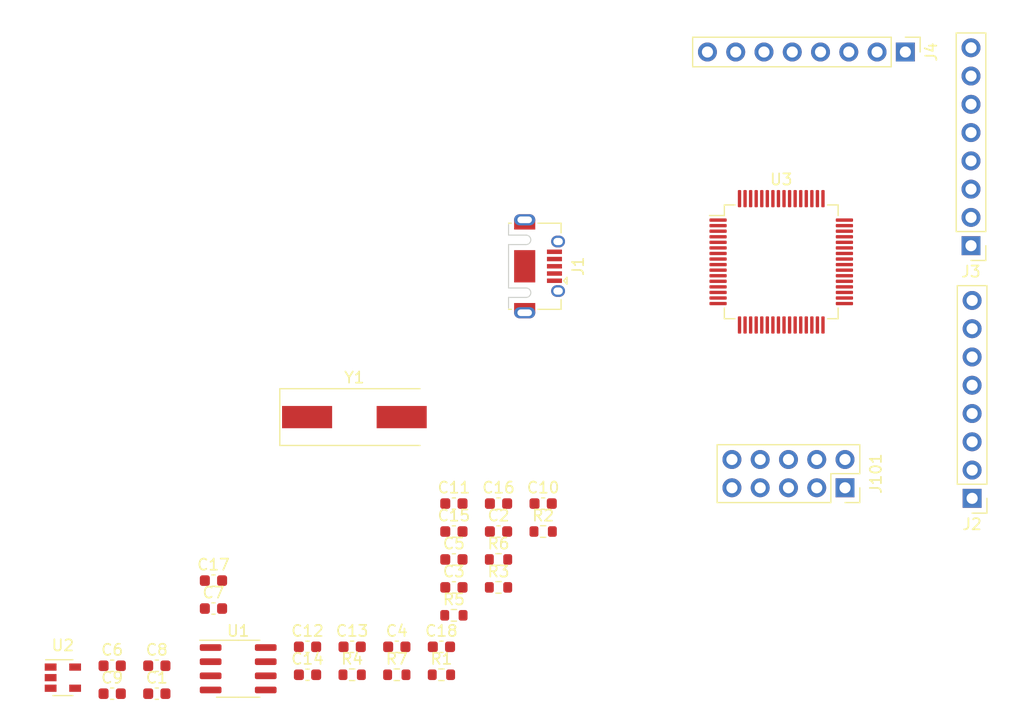
<source format=kicad_pcb>
(kicad_pcb (version 20171130) (host pcbnew 5.1.10)

  (general
    (thickness 1.6)
    (drawings 0)
    (tracks 0)
    (zones 0)
    (modules 34)
    (nets 55)
  )

  (page A4)
  (layers
    (0 F.Cu signal)
    (31 B.Cu signal)
    (32 B.Adhes user)
    (33 F.Adhes user)
    (34 B.Paste user)
    (35 F.Paste user)
    (36 B.SilkS user)
    (37 F.SilkS user)
    (38 B.Mask user)
    (39 F.Mask user)
    (40 Dwgs.User user)
    (41 Cmts.User user)
    (42 Eco1.User user)
    (43 Eco2.User user)
    (44 Edge.Cuts user)
    (45 Margin user)
    (46 B.CrtYd user)
    (47 F.CrtYd user)
    (48 B.Fab user)
    (49 F.Fab user)
  )

  (setup
    (last_trace_width 0.25)
    (trace_clearance 0.2)
    (zone_clearance 0.508)
    (zone_45_only no)
    (trace_min 0.2)
    (via_size 0.8)
    (via_drill 0.4)
    (via_min_size 0.4)
    (via_min_drill 0.3)
    (uvia_size 0.3)
    (uvia_drill 0.1)
    (uvias_allowed no)
    (uvia_min_size 0.2)
    (uvia_min_drill 0.1)
    (edge_width 0.05)
    (segment_width 0.2)
    (pcb_text_width 0.3)
    (pcb_text_size 1.5 1.5)
    (mod_edge_width 0.12)
    (mod_text_size 1 1)
    (mod_text_width 0.15)
    (pad_size 1.524 1.524)
    (pad_drill 0.762)
    (pad_to_mask_clearance 0)
    (aux_axis_origin 0 0)
    (visible_elements FFFFFF7F)
    (pcbplotparams
      (layerselection 0x010fc_ffffffff)
      (usegerberextensions false)
      (usegerberattributes true)
      (usegerberadvancedattributes true)
      (creategerberjobfile true)
      (excludeedgelayer true)
      (linewidth 0.100000)
      (plotframeref false)
      (viasonmask false)
      (mode 1)
      (useauxorigin false)
      (hpglpennumber 1)
      (hpglpenspeed 20)
      (hpglpendiameter 15.000000)
      (psnegative false)
      (psa4output false)
      (plotreference true)
      (plotvalue true)
      (plotinvisibletext false)
      (padsonsilk false)
      (subtractmaskfromsilk false)
      (outputformat 1)
      (mirror false)
      (drillshape 1)
      (scaleselection 1)
      (outputdirectory ""))
  )

  (net 0 "")
  (net 1 +3V3)
  (net 2 GND)
  (net 3 "Net-(C2-Pad2)")
  (net 4 "Net-(C3-Pad2)")
  (net 5 "Net-(C4-Pad2)")
  (net 6 "Net-(C6-Pad2)")
  (net 7 +1V8)
  (net 8 "Net-(J1-Pad4)")
  (net 9 "Net-(J2-Pad8)")
  (net 10 "Net-(J2-Pad7)")
  (net 11 "Net-(J2-Pad6)")
  (net 12 "Net-(J2-Pad5)")
  (net 13 "Net-(J2-Pad4)")
  (net 14 "Net-(J2-Pad3)")
  (net 15 "Net-(J2-Pad2)")
  (net 16 "Net-(J2-Pad1)")
  (net 17 "Net-(J3-Pad8)")
  (net 18 "Net-(J3-Pad7)")
  (net 19 "Net-(J3-Pad6)")
  (net 20 "Net-(J3-Pad5)")
  (net 21 "Net-(J3-Pad4)")
  (net 22 "Net-(J3-Pad3)")
  (net 23 "Net-(J3-Pad2)")
  (net 24 "Net-(J3-Pad1)")
  (net 25 "Net-(J4-Pad8)")
  (net 26 "Net-(J4-Pad7)")
  (net 27 "Net-(J4-Pad6)")
  (net 28 "Net-(J4-Pad5)")
  (net 29 "Net-(J4-Pad4)")
  (net 30 "Net-(J4-Pad3)")
  (net 31 "Net-(J4-Pad2)")
  (net 32 "Net-(J4-Pad1)")
  (net 33 /SS_B)
  (net 34 /SCK)
  (net 35 /MOSI)
  (net 36 /MISO)
  (net 37 /CRESET)
  (net 38 /CDONE)
  (net 39 "Net-(J101-Pad4)")
  (net 40 "Net-(J101-Pad3)")
  (net 41 "Net-(R1-Pad2)")
  (net 42 "Net-(R3-Pad2)")
  (net 43 "Net-(R4-Pad2)")
  (net 44 "Net-(R5-Pad2)")
  (net 45 "Net-(R7-Pad2)")
  (net 46 "Net-(U1-Pad7)")
  (net 47 "Net-(U1-Pad6)")
  (net 48 "Net-(U2-Pad4)")
  (net 49 "Net-(U3-Pad60)")
  (net 50 "Net-(U3-Pad36)")
  (net 51 "Net-(U3-Pad22)")
  (net 52 "Net-(U3-Pad19)")
  (net 53 /D-)
  (net 54 /D+)

  (net_class Default "This is the default net class."
    (clearance 0.2)
    (trace_width 0.25)
    (via_dia 0.8)
    (via_drill 0.4)
    (uvia_dia 0.3)
    (uvia_drill 0.1)
    (add_net +1V8)
    (add_net +3V3)
    (add_net /CDONE)
    (add_net /CRESET)
    (add_net /D+)
    (add_net /D-)
    (add_net /MISO)
    (add_net /MOSI)
    (add_net /SCK)
    (add_net /SS_B)
    (add_net GND)
    (add_net "Net-(C2-Pad2)")
    (add_net "Net-(C3-Pad2)")
    (add_net "Net-(C4-Pad2)")
    (add_net "Net-(C6-Pad2)")
    (add_net "Net-(J1-Pad4)")
    (add_net "Net-(J101-Pad3)")
    (add_net "Net-(J101-Pad4)")
    (add_net "Net-(J2-Pad1)")
    (add_net "Net-(J2-Pad2)")
    (add_net "Net-(J2-Pad3)")
    (add_net "Net-(J2-Pad4)")
    (add_net "Net-(J2-Pad5)")
    (add_net "Net-(J2-Pad6)")
    (add_net "Net-(J2-Pad7)")
    (add_net "Net-(J2-Pad8)")
    (add_net "Net-(J3-Pad1)")
    (add_net "Net-(J3-Pad2)")
    (add_net "Net-(J3-Pad3)")
    (add_net "Net-(J3-Pad4)")
    (add_net "Net-(J3-Pad5)")
    (add_net "Net-(J3-Pad6)")
    (add_net "Net-(J3-Pad7)")
    (add_net "Net-(J3-Pad8)")
    (add_net "Net-(J4-Pad1)")
    (add_net "Net-(J4-Pad2)")
    (add_net "Net-(J4-Pad3)")
    (add_net "Net-(J4-Pad4)")
    (add_net "Net-(J4-Pad5)")
    (add_net "Net-(J4-Pad6)")
    (add_net "Net-(J4-Pad7)")
    (add_net "Net-(J4-Pad8)")
    (add_net "Net-(R1-Pad2)")
    (add_net "Net-(R3-Pad2)")
    (add_net "Net-(R4-Pad2)")
    (add_net "Net-(R5-Pad2)")
    (add_net "Net-(R7-Pad2)")
    (add_net "Net-(U1-Pad6)")
    (add_net "Net-(U1-Pad7)")
    (add_net "Net-(U2-Pad4)")
    (add_net "Net-(U3-Pad19)")
    (add_net "Net-(U3-Pad22)")
    (add_net "Net-(U3-Pad36)")
    (add_net "Net-(U3-Pad60)")
  )

  (module Crystal:Crystal_SMD_HC49-SD (layer F.Cu) (tedit 5A1AD52C) (tstamp 6170CCD6)
    (at 116.95 129.65)
    (descr "SMD Crystal HC-49-SD http://cdn-reichelt.de/documents/datenblatt/B400/xxx-HC49-SMD.pdf, 11.4x4.7mm^2 package")
    (tags "SMD SMT crystal")
    (path /61724C9F)
    (attr smd)
    (fp_text reference Y1 (at 0 -3.55) (layer F.SilkS)
      (effects (font (size 1 1) (thickness 0.15)))
    )
    (fp_text value "12M HC49" (at 0 3.55) (layer F.Fab)
      (effects (font (size 1 1) (thickness 0.15)))
    )
    (fp_arc (start 3.015 0) (end 3.015 -2.115) (angle 180) (layer F.Fab) (width 0.1))
    (fp_arc (start -3.015 0) (end -3.015 -2.115) (angle -180) (layer F.Fab) (width 0.1))
    (fp_text user %R (at 0 0) (layer F.Fab)
      (effects (font (size 1 1) (thickness 0.15)))
    )
    (fp_line (start -5.7 -2.35) (end -5.7 2.35) (layer F.Fab) (width 0.1))
    (fp_line (start -5.7 2.35) (end 5.7 2.35) (layer F.Fab) (width 0.1))
    (fp_line (start 5.7 2.35) (end 5.7 -2.35) (layer F.Fab) (width 0.1))
    (fp_line (start 5.7 -2.35) (end -5.7 -2.35) (layer F.Fab) (width 0.1))
    (fp_line (start -3.015 -2.115) (end 3.015 -2.115) (layer F.Fab) (width 0.1))
    (fp_line (start -3.015 2.115) (end 3.015 2.115) (layer F.Fab) (width 0.1))
    (fp_line (start 5.9 -2.55) (end -6.7 -2.55) (layer F.SilkS) (width 0.12))
    (fp_line (start -6.7 -2.55) (end -6.7 2.55) (layer F.SilkS) (width 0.12))
    (fp_line (start -6.7 2.55) (end 5.9 2.55) (layer F.SilkS) (width 0.12))
    (fp_line (start -6.8 -2.6) (end -6.8 2.6) (layer F.CrtYd) (width 0.05))
    (fp_line (start -6.8 2.6) (end 6.8 2.6) (layer F.CrtYd) (width 0.05))
    (fp_line (start 6.8 2.6) (end 6.8 -2.6) (layer F.CrtYd) (width 0.05))
    (fp_line (start 6.8 -2.6) (end -6.8 -2.6) (layer F.CrtYd) (width 0.05))
    (pad 2 smd rect (at 4.25 0) (size 4.5 2) (layers F.Cu F.Paste F.Mask)
      (net 5 "Net-(C4-Pad2)"))
    (pad 1 smd rect (at -4.25 0) (size 4.5 2) (layers F.Cu F.Paste F.Mask)
      (net 4 "Net-(C3-Pad2)"))
    (model ${KISYS3DMOD}/Crystal.3dshapes/Crystal_SMD_HC49-SD.wrl
      (at (xyz 0 0 0))
      (scale (xyz 1 1 1))
      (rotate (xyz 0 0 0))
    )
  )

  (module Package_QFP:LQFP-64_10x10mm_P0.5mm (layer F.Cu) (tedit 5D9F72AF) (tstamp 6170A65E)
    (at 155.3 115.7)
    (descr "LQFP, 64 Pin (https://www.analog.com/media/en/technical-documentation/data-sheets/ad7606_7606-6_7606-4.pdf), generated with kicad-footprint-generator ipc_gullwing_generator.py")
    (tags "LQFP QFP")
    (path /61709CDC)
    (attr smd)
    (fp_text reference U3 (at 0 -7.4) (layer F.SilkS)
      (effects (font (size 1 1) (thickness 0.15)))
    )
    (fp_text value FT2232HL (at 0 7.4) (layer F.Fab)
      (effects (font (size 1 1) (thickness 0.15)))
    )
    (fp_text user %R (at 0 0) (layer F.Fab)
      (effects (font (size 1 1) (thickness 0.15)))
    )
    (fp_line (start 4.16 5.11) (end 5.11 5.11) (layer F.SilkS) (width 0.12))
    (fp_line (start 5.11 5.11) (end 5.11 4.16) (layer F.SilkS) (width 0.12))
    (fp_line (start -4.16 5.11) (end -5.11 5.11) (layer F.SilkS) (width 0.12))
    (fp_line (start -5.11 5.11) (end -5.11 4.16) (layer F.SilkS) (width 0.12))
    (fp_line (start 4.16 -5.11) (end 5.11 -5.11) (layer F.SilkS) (width 0.12))
    (fp_line (start 5.11 -5.11) (end 5.11 -4.16) (layer F.SilkS) (width 0.12))
    (fp_line (start -4.16 -5.11) (end -5.11 -5.11) (layer F.SilkS) (width 0.12))
    (fp_line (start -5.11 -5.11) (end -5.11 -4.16) (layer F.SilkS) (width 0.12))
    (fp_line (start -5.11 -4.16) (end -6.45 -4.16) (layer F.SilkS) (width 0.12))
    (fp_line (start -4 -5) (end 5 -5) (layer F.Fab) (width 0.1))
    (fp_line (start 5 -5) (end 5 5) (layer F.Fab) (width 0.1))
    (fp_line (start 5 5) (end -5 5) (layer F.Fab) (width 0.1))
    (fp_line (start -5 5) (end -5 -4) (layer F.Fab) (width 0.1))
    (fp_line (start -5 -4) (end -4 -5) (layer F.Fab) (width 0.1))
    (fp_line (start 0 -6.7) (end -4.15 -6.7) (layer F.CrtYd) (width 0.05))
    (fp_line (start -4.15 -6.7) (end -4.15 -5.25) (layer F.CrtYd) (width 0.05))
    (fp_line (start -4.15 -5.25) (end -5.25 -5.25) (layer F.CrtYd) (width 0.05))
    (fp_line (start -5.25 -5.25) (end -5.25 -4.15) (layer F.CrtYd) (width 0.05))
    (fp_line (start -5.25 -4.15) (end -6.7 -4.15) (layer F.CrtYd) (width 0.05))
    (fp_line (start -6.7 -4.15) (end -6.7 0) (layer F.CrtYd) (width 0.05))
    (fp_line (start 0 -6.7) (end 4.15 -6.7) (layer F.CrtYd) (width 0.05))
    (fp_line (start 4.15 -6.7) (end 4.15 -5.25) (layer F.CrtYd) (width 0.05))
    (fp_line (start 4.15 -5.25) (end 5.25 -5.25) (layer F.CrtYd) (width 0.05))
    (fp_line (start 5.25 -5.25) (end 5.25 -4.15) (layer F.CrtYd) (width 0.05))
    (fp_line (start 5.25 -4.15) (end 6.7 -4.15) (layer F.CrtYd) (width 0.05))
    (fp_line (start 6.7 -4.15) (end 6.7 0) (layer F.CrtYd) (width 0.05))
    (fp_line (start 0 6.7) (end -4.15 6.7) (layer F.CrtYd) (width 0.05))
    (fp_line (start -4.15 6.7) (end -4.15 5.25) (layer F.CrtYd) (width 0.05))
    (fp_line (start -4.15 5.25) (end -5.25 5.25) (layer F.CrtYd) (width 0.05))
    (fp_line (start -5.25 5.25) (end -5.25 4.15) (layer F.CrtYd) (width 0.05))
    (fp_line (start -5.25 4.15) (end -6.7 4.15) (layer F.CrtYd) (width 0.05))
    (fp_line (start -6.7 4.15) (end -6.7 0) (layer F.CrtYd) (width 0.05))
    (fp_line (start 0 6.7) (end 4.15 6.7) (layer F.CrtYd) (width 0.05))
    (fp_line (start 4.15 6.7) (end 4.15 5.25) (layer F.CrtYd) (width 0.05))
    (fp_line (start 4.15 5.25) (end 5.25 5.25) (layer F.CrtYd) (width 0.05))
    (fp_line (start 5.25 5.25) (end 5.25 4.15) (layer F.CrtYd) (width 0.05))
    (fp_line (start 5.25 4.15) (end 6.7 4.15) (layer F.CrtYd) (width 0.05))
    (fp_line (start 6.7 4.15) (end 6.7 0) (layer F.CrtYd) (width 0.05))
    (pad 64 smd roundrect (at -3.75 -5.675) (size 0.3 1.55) (layers F.Cu F.Paste F.Mask) (roundrect_rratio 0.25)
      (net 7 +1V8))
    (pad 63 smd roundrect (at -3.25 -5.675) (size 0.3 1.55) (layers F.Cu F.Paste F.Mask) (roundrect_rratio 0.25)
      (net 45 "Net-(R7-Pad2)"))
    (pad 62 smd roundrect (at -2.75 -5.675) (size 0.3 1.55) (layers F.Cu F.Paste F.Mask) (roundrect_rratio 0.25)
      (net 42 "Net-(R3-Pad2)"))
    (pad 61 smd roundrect (at -2.25 -5.675) (size 0.3 1.55) (layers F.Cu F.Paste F.Mask) (roundrect_rratio 0.25)
      (net 43 "Net-(R4-Pad2)"))
    (pad 60 smd roundrect (at -1.75 -5.675) (size 0.3 1.55) (layers F.Cu F.Paste F.Mask) (roundrect_rratio 0.25)
      (net 49 "Net-(U3-Pad60)"))
    (pad 59 smd roundrect (at -1.25 -5.675) (size 0.3 1.55) (layers F.Cu F.Paste F.Mask) (roundrect_rratio 0.25)
      (net 25 "Net-(J4-Pad8)"))
    (pad 58 smd roundrect (at -0.75 -5.675) (size 0.3 1.55) (layers F.Cu F.Paste F.Mask) (roundrect_rratio 0.25)
      (net 26 "Net-(J4-Pad7)"))
    (pad 57 smd roundrect (at -0.25 -5.675) (size 0.3 1.55) (layers F.Cu F.Paste F.Mask) (roundrect_rratio 0.25)
      (net 27 "Net-(J4-Pad6)"))
    (pad 56 smd roundrect (at 0.25 -5.675) (size 0.3 1.55) (layers F.Cu F.Paste F.Mask) (roundrect_rratio 0.25)
      (net 1 +3V3))
    (pad 55 smd roundrect (at 0.75 -5.675) (size 0.3 1.55) (layers F.Cu F.Paste F.Mask) (roundrect_rratio 0.25)
      (net 28 "Net-(J4-Pad5)"))
    (pad 54 smd roundrect (at 1.25 -5.675) (size 0.3 1.55) (layers F.Cu F.Paste F.Mask) (roundrect_rratio 0.25)
      (net 29 "Net-(J4-Pad4)"))
    (pad 53 smd roundrect (at 1.75 -5.675) (size 0.3 1.55) (layers F.Cu F.Paste F.Mask) (roundrect_rratio 0.25)
      (net 30 "Net-(J4-Pad3)"))
    (pad 52 smd roundrect (at 2.25 -5.675) (size 0.3 1.55) (layers F.Cu F.Paste F.Mask) (roundrect_rratio 0.25)
      (net 31 "Net-(J4-Pad2)"))
    (pad 51 smd roundrect (at 2.75 -5.675) (size 0.3 1.55) (layers F.Cu F.Paste F.Mask) (roundrect_rratio 0.25)
      (net 2 GND))
    (pad 50 smd roundrect (at 3.25 -5.675) (size 0.3 1.55) (layers F.Cu F.Paste F.Mask) (roundrect_rratio 0.25)
      (net 1 +3V3))
    (pad 49 smd roundrect (at 3.75 -5.675) (size 0.3 1.55) (layers F.Cu F.Paste F.Mask) (roundrect_rratio 0.25)
      (net 7 +1V8))
    (pad 48 smd roundrect (at 5.675 -3.75) (size 1.55 0.3) (layers F.Cu F.Paste F.Mask) (roundrect_rratio 0.25)
      (net 32 "Net-(J4-Pad1)"))
    (pad 47 smd roundrect (at 5.675 -3.25) (size 1.55 0.3) (layers F.Cu F.Paste F.Mask) (roundrect_rratio 0.25)
      (net 2 GND))
    (pad 46 smd roundrect (at 5.675 -2.75) (size 1.55 0.3) (layers F.Cu F.Paste F.Mask) (roundrect_rratio 0.25)
      (net 17 "Net-(J3-Pad8)"))
    (pad 45 smd roundrect (at 5.675 -2.25) (size 1.55 0.3) (layers F.Cu F.Paste F.Mask) (roundrect_rratio 0.25)
      (net 18 "Net-(J3-Pad7)"))
    (pad 44 smd roundrect (at 5.675 -1.75) (size 1.55 0.3) (layers F.Cu F.Paste F.Mask) (roundrect_rratio 0.25)
      (net 19 "Net-(J3-Pad6)"))
    (pad 43 smd roundrect (at 5.675 -1.25) (size 1.55 0.3) (layers F.Cu F.Paste F.Mask) (roundrect_rratio 0.25)
      (net 20 "Net-(J3-Pad5)"))
    (pad 42 smd roundrect (at 5.675 -0.75) (size 1.55 0.3) (layers F.Cu F.Paste F.Mask) (roundrect_rratio 0.25)
      (net 1 +3V3))
    (pad 41 smd roundrect (at 5.675 -0.25) (size 1.55 0.3) (layers F.Cu F.Paste F.Mask) (roundrect_rratio 0.25)
      (net 21 "Net-(J3-Pad4)"))
    (pad 40 smd roundrect (at 5.675 0.25) (size 1.55 0.3) (layers F.Cu F.Paste F.Mask) (roundrect_rratio 0.25)
      (net 22 "Net-(J3-Pad3)"))
    (pad 39 smd roundrect (at 5.675 0.75) (size 1.55 0.3) (layers F.Cu F.Paste F.Mask) (roundrect_rratio 0.25)
      (net 23 "Net-(J3-Pad2)"))
    (pad 38 smd roundrect (at 5.675 1.25) (size 1.55 0.3) (layers F.Cu F.Paste F.Mask) (roundrect_rratio 0.25)
      (net 24 "Net-(J3-Pad1)"))
    (pad 37 smd roundrect (at 5.675 1.75) (size 1.55 0.3) (layers F.Cu F.Paste F.Mask) (roundrect_rratio 0.25)
      (net 7 +1V8))
    (pad 36 smd roundrect (at 5.675 2.25) (size 1.55 0.3) (layers F.Cu F.Paste F.Mask) (roundrect_rratio 0.25)
      (net 50 "Net-(U3-Pad36)"))
    (pad 35 smd roundrect (at 5.675 2.75) (size 1.55 0.3) (layers F.Cu F.Paste F.Mask) (roundrect_rratio 0.25)
      (net 2 GND))
    (pad 34 smd roundrect (at 5.675 3.25) (size 1.55 0.3) (layers F.Cu F.Paste F.Mask) (roundrect_rratio 0.25)
      (net 9 "Net-(J2-Pad8)"))
    (pad 33 smd roundrect (at 5.675 3.75) (size 1.55 0.3) (layers F.Cu F.Paste F.Mask) (roundrect_rratio 0.25)
      (net 10 "Net-(J2-Pad7)"))
    (pad 32 smd roundrect (at 3.75 5.675) (size 0.3 1.55) (layers F.Cu F.Paste F.Mask) (roundrect_rratio 0.25)
      (net 11 "Net-(J2-Pad6)"))
    (pad 31 smd roundrect (at 3.25 5.675) (size 0.3 1.55) (layers F.Cu F.Paste F.Mask) (roundrect_rratio 0.25)
      (net 1 +3V3))
    (pad 30 smd roundrect (at 2.75 5.675) (size 0.3 1.55) (layers F.Cu F.Paste F.Mask) (roundrect_rratio 0.25)
      (net 12 "Net-(J2-Pad5)"))
    (pad 29 smd roundrect (at 2.25 5.675) (size 0.3 1.55) (layers F.Cu F.Paste F.Mask) (roundrect_rratio 0.25)
      (net 13 "Net-(J2-Pad4)"))
    (pad 28 smd roundrect (at 1.75 5.675) (size 0.3 1.55) (layers F.Cu F.Paste F.Mask) (roundrect_rratio 0.25)
      (net 14 "Net-(J2-Pad3)"))
    (pad 27 smd roundrect (at 1.25 5.675) (size 0.3 1.55) (layers F.Cu F.Paste F.Mask) (roundrect_rratio 0.25)
      (net 15 "Net-(J2-Pad2)"))
    (pad 26 smd roundrect (at 0.75 5.675) (size 0.3 1.55) (layers F.Cu F.Paste F.Mask) (roundrect_rratio 0.25)
      (net 16 "Net-(J2-Pad1)"))
    (pad 25 smd roundrect (at 0.25 5.675) (size 0.3 1.55) (layers F.Cu F.Paste F.Mask) (roundrect_rratio 0.25)
      (net 2 GND))
    (pad 24 smd roundrect (at -0.25 5.675) (size 0.3 1.55) (layers F.Cu F.Paste F.Mask) (roundrect_rratio 0.25)
      (net 37 /CRESET))
    (pad 23 smd roundrect (at -0.75 5.675) (size 0.3 1.55) (layers F.Cu F.Paste F.Mask) (roundrect_rratio 0.25)
      (net 38 /CDONE))
    (pad 22 smd roundrect (at -1.25 5.675) (size 0.3 1.55) (layers F.Cu F.Paste F.Mask) (roundrect_rratio 0.25)
      (net 51 "Net-(U3-Pad22)"))
    (pad 21 smd roundrect (at -1.75 5.675) (size 0.3 1.55) (layers F.Cu F.Paste F.Mask) (roundrect_rratio 0.25)
      (net 33 /SS_B))
    (pad 20 smd roundrect (at -2.25 5.675) (size 0.3 1.55) (layers F.Cu F.Paste F.Mask) (roundrect_rratio 0.25)
      (net 1 +3V3))
    (pad 19 smd roundrect (at -2.75 5.675) (size 0.3 1.55) (layers F.Cu F.Paste F.Mask) (roundrect_rratio 0.25)
      (net 52 "Net-(U3-Pad19)"))
    (pad 18 smd roundrect (at -3.25 5.675) (size 0.3 1.55) (layers F.Cu F.Paste F.Mask) (roundrect_rratio 0.25)
      (net 36 /MISO))
    (pad 17 smd roundrect (at -3.75 5.675) (size 0.3 1.55) (layers F.Cu F.Paste F.Mask) (roundrect_rratio 0.25)
      (net 35 /MOSI))
    (pad 16 smd roundrect (at -5.675 3.75) (size 1.55 0.3) (layers F.Cu F.Paste F.Mask) (roundrect_rratio 0.25)
      (net 34 /SCK))
    (pad 15 smd roundrect (at -5.675 3.25) (size 1.55 0.3) (layers F.Cu F.Paste F.Mask) (roundrect_rratio 0.25)
      (net 2 GND))
    (pad 14 smd roundrect (at -5.675 2.75) (size 1.55 0.3) (layers F.Cu F.Paste F.Mask) (roundrect_rratio 0.25)
      (net 6 "Net-(C6-Pad2)"))
    (pad 13 smd roundrect (at -5.675 2.25) (size 1.55 0.3) (layers F.Cu F.Paste F.Mask) (roundrect_rratio 0.25)
      (net 2 GND))
    (pad 12 smd roundrect (at -5.675 1.75) (size 1.55 0.3) (layers F.Cu F.Paste F.Mask) (roundrect_rratio 0.25)
      (net 7 +1V8))
    (pad 11 smd roundrect (at -5.675 1.25) (size 1.55 0.3) (layers F.Cu F.Paste F.Mask) (roundrect_rratio 0.25)
      (net 2 GND))
    (pad 10 smd roundrect (at -5.675 0.75) (size 1.55 0.3) (layers F.Cu F.Paste F.Mask) (roundrect_rratio 0.25)
      (net 2 GND))
    (pad 9 smd roundrect (at -5.675 0.25) (size 1.55 0.3) (layers F.Cu F.Paste F.Mask) (roundrect_rratio 0.25)
      (net 1 +3V3))
    (pad 8 smd roundrect (at -5.675 -0.25) (size 1.55 0.3) (layers F.Cu F.Paste F.Mask) (roundrect_rratio 0.25)
      (net 54 /D+))
    (pad 7 smd roundrect (at -5.675 -0.75) (size 1.55 0.3) (layers F.Cu F.Paste F.Mask) (roundrect_rratio 0.25)
      (net 53 /D-))
    (pad 6 smd roundrect (at -5.675 -1.25) (size 1.55 0.3) (layers F.Cu F.Paste F.Mask) (roundrect_rratio 0.25)
      (net 44 "Net-(R5-Pad2)"))
    (pad 5 smd roundrect (at -5.675 -1.75) (size 1.55 0.3) (layers F.Cu F.Paste F.Mask) (roundrect_rratio 0.25)
      (net 2 GND))
    (pad 4 smd roundrect (at -5.675 -2.25) (size 1.55 0.3) (layers F.Cu F.Paste F.Mask) (roundrect_rratio 0.25)
      (net 1 +3V3))
    (pad 3 smd roundrect (at -5.675 -2.75) (size 1.55 0.3) (layers F.Cu F.Paste F.Mask) (roundrect_rratio 0.25)
      (net 5 "Net-(C4-Pad2)"))
    (pad 2 smd roundrect (at -5.675 -3.25) (size 1.55 0.3) (layers F.Cu F.Paste F.Mask) (roundrect_rratio 0.25)
      (net 4 "Net-(C3-Pad2)"))
    (pad 1 smd roundrect (at -5.675 -3.75) (size 1.55 0.3) (layers F.Cu F.Paste F.Mask) (roundrect_rratio 0.25)
      (net 2 GND))
    (model ${KISYS3DMOD}/Package_QFP.3dshapes/LQFP-64_10x10mm_P0.5mm.wrl
      (at (xyz 0 0 0))
      (scale (xyz 1 1 1))
      (rotate (xyz 0 0 0))
    )
  )

  (module Package_TO_SOT_SMD:SOT-23-5 (layer F.Cu) (tedit 5A02FF57) (tstamp 6170A5F3)
    (at 90.76 153.06)
    (descr "5-pin SOT23 package")
    (tags SOT-23-5)
    (path /6183C302)
    (attr smd)
    (fp_text reference U2 (at 0 -2.9) (layer F.SilkS)
      (effects (font (size 1 1) (thickness 0.15)))
    )
    (fp_text value TLV71333PDBV (at 0 2.9) (layer F.Fab)
      (effects (font (size 1 1) (thickness 0.15)))
    )
    (fp_text user %R (at 0 0 90) (layer F.Fab)
      (effects (font (size 0.5 0.5) (thickness 0.075)))
    )
    (fp_line (start -0.9 1.61) (end 0.9 1.61) (layer F.SilkS) (width 0.12))
    (fp_line (start 0.9 -1.61) (end -1.55 -1.61) (layer F.SilkS) (width 0.12))
    (fp_line (start -1.9 -1.8) (end 1.9 -1.8) (layer F.CrtYd) (width 0.05))
    (fp_line (start 1.9 -1.8) (end 1.9 1.8) (layer F.CrtYd) (width 0.05))
    (fp_line (start 1.9 1.8) (end -1.9 1.8) (layer F.CrtYd) (width 0.05))
    (fp_line (start -1.9 1.8) (end -1.9 -1.8) (layer F.CrtYd) (width 0.05))
    (fp_line (start -0.9 -0.9) (end -0.25 -1.55) (layer F.Fab) (width 0.1))
    (fp_line (start 0.9 -1.55) (end -0.25 -1.55) (layer F.Fab) (width 0.1))
    (fp_line (start -0.9 -0.9) (end -0.9 1.55) (layer F.Fab) (width 0.1))
    (fp_line (start 0.9 1.55) (end -0.9 1.55) (layer F.Fab) (width 0.1))
    (fp_line (start 0.9 -1.55) (end 0.9 1.55) (layer F.Fab) (width 0.1))
    (pad 5 smd rect (at 1.1 -0.95) (size 1.06 0.65) (layers F.Cu F.Paste F.Mask)
      (net 1 +3V3))
    (pad 4 smd rect (at 1.1 0.95) (size 1.06 0.65) (layers F.Cu F.Paste F.Mask)
      (net 48 "Net-(U2-Pad4)"))
    (pad 3 smd rect (at -1.1 0.95) (size 1.06 0.65) (layers F.Cu F.Paste F.Mask)
      (net 3 "Net-(C2-Pad2)"))
    (pad 2 smd rect (at -1.1 0) (size 1.06 0.65) (layers F.Cu F.Paste F.Mask)
      (net 2 GND))
    (pad 1 smd rect (at -1.1 -0.95) (size 1.06 0.65) (layers F.Cu F.Paste F.Mask)
      (net 3 "Net-(C2-Pad2)"))
    (model ${KISYS3DMOD}/Package_TO_SOT_SMD.3dshapes/SOT-23-5.wrl
      (at (xyz 0 0 0))
      (scale (xyz 1 1 1))
      (rotate (xyz 0 0 0))
    )
  )

  (module Package_SO:SOIC-8_3.9x4.9mm_P1.27mm (layer F.Cu) (tedit 5D9F72B1) (tstamp 6170A5DE)
    (at 106.51 152.26)
    (descr "SOIC, 8 Pin (JEDEC MS-012AA, https://www.analog.com/media/en/package-pcb-resources/package/pkg_pdf/soic_narrow-r/r_8.pdf), generated with kicad-footprint-generator ipc_gullwing_generator.py")
    (tags "SOIC SO")
    (path /61708DD9)
    (attr smd)
    (fp_text reference U1 (at 0 -3.4) (layer F.SilkS)
      (effects (font (size 1 1) (thickness 0.15)))
    )
    (fp_text value 93LC46B (at 0 3.4) (layer F.Fab)
      (effects (font (size 1 1) (thickness 0.15)))
    )
    (fp_text user %R (at 0 0) (layer F.Fab)
      (effects (font (size 0.98 0.98) (thickness 0.15)))
    )
    (fp_line (start 0 2.56) (end 1.95 2.56) (layer F.SilkS) (width 0.12))
    (fp_line (start 0 2.56) (end -1.95 2.56) (layer F.SilkS) (width 0.12))
    (fp_line (start 0 -2.56) (end 1.95 -2.56) (layer F.SilkS) (width 0.12))
    (fp_line (start 0 -2.56) (end -3.45 -2.56) (layer F.SilkS) (width 0.12))
    (fp_line (start -0.975 -2.45) (end 1.95 -2.45) (layer F.Fab) (width 0.1))
    (fp_line (start 1.95 -2.45) (end 1.95 2.45) (layer F.Fab) (width 0.1))
    (fp_line (start 1.95 2.45) (end -1.95 2.45) (layer F.Fab) (width 0.1))
    (fp_line (start -1.95 2.45) (end -1.95 -1.475) (layer F.Fab) (width 0.1))
    (fp_line (start -1.95 -1.475) (end -0.975 -2.45) (layer F.Fab) (width 0.1))
    (fp_line (start -3.7 -2.7) (end -3.7 2.7) (layer F.CrtYd) (width 0.05))
    (fp_line (start -3.7 2.7) (end 3.7 2.7) (layer F.CrtYd) (width 0.05))
    (fp_line (start 3.7 2.7) (end 3.7 -2.7) (layer F.CrtYd) (width 0.05))
    (fp_line (start 3.7 -2.7) (end -3.7 -2.7) (layer F.CrtYd) (width 0.05))
    (pad 8 smd roundrect (at 2.475 -1.905) (size 1.95 0.6) (layers F.Cu F.Paste F.Mask) (roundrect_rratio 0.25)
      (net 1 +3V3))
    (pad 7 smd roundrect (at 2.475 -0.635) (size 1.95 0.6) (layers F.Cu F.Paste F.Mask) (roundrect_rratio 0.25)
      (net 46 "Net-(U1-Pad7)"))
    (pad 6 smd roundrect (at 2.475 0.635) (size 1.95 0.6) (layers F.Cu F.Paste F.Mask) (roundrect_rratio 0.25)
      (net 47 "Net-(U1-Pad6)"))
    (pad 5 smd roundrect (at 2.475 1.905) (size 1.95 0.6) (layers F.Cu F.Paste F.Mask) (roundrect_rratio 0.25)
      (net 2 GND))
    (pad 4 smd roundrect (at -2.475 1.905) (size 1.95 0.6) (layers F.Cu F.Paste F.Mask) (roundrect_rratio 0.25)
      (net 41 "Net-(R1-Pad2)"))
    (pad 3 smd roundrect (at -2.475 0.635) (size 1.95 0.6) (layers F.Cu F.Paste F.Mask) (roundrect_rratio 0.25)
      (net 43 "Net-(R4-Pad2)"))
    (pad 2 smd roundrect (at -2.475 -0.635) (size 1.95 0.6) (layers F.Cu F.Paste F.Mask) (roundrect_rratio 0.25)
      (net 42 "Net-(R3-Pad2)"))
    (pad 1 smd roundrect (at -2.475 -1.905) (size 1.95 0.6) (layers F.Cu F.Paste F.Mask) (roundrect_rratio 0.25)
      (net 45 "Net-(R7-Pad2)"))
    (model ${KISYS3DMOD}/Package_SO.3dshapes/SOIC-8_3.9x4.9mm_P1.27mm.wrl
      (at (xyz 0 0 0))
      (scale (xyz 1 1 1))
      (rotate (xyz 0 0 0))
    )
  )

  (module Resistor_SMD:R_0603_1608Metric (layer F.Cu) (tedit 5F68FEEE) (tstamp 6170A5C4)
    (at 120.76 152.8)
    (descr "Resistor SMD 0603 (1608 Metric), square (rectangular) end terminal, IPC_7351 nominal, (Body size source: IPC-SM-782 page 72, https://www.pcb-3d.com/wordpress/wp-content/uploads/ipc-sm-782a_amendment_1_and_2.pdf), generated with kicad-footprint-generator")
    (tags resistor)
    (path /6170FF62)
    (attr smd)
    (fp_text reference R7 (at 0 -1.43) (layer F.SilkS)
      (effects (font (size 1 1) (thickness 0.15)))
    )
    (fp_text value 10k (at 0 1.43) (layer F.Fab)
      (effects (font (size 1 1) (thickness 0.15)))
    )
    (fp_text user %R (at 0 0) (layer F.Fab)
      (effects (font (size 0.4 0.4) (thickness 0.06)))
    )
    (fp_line (start -0.8 0.4125) (end -0.8 -0.4125) (layer F.Fab) (width 0.1))
    (fp_line (start -0.8 -0.4125) (end 0.8 -0.4125) (layer F.Fab) (width 0.1))
    (fp_line (start 0.8 -0.4125) (end 0.8 0.4125) (layer F.Fab) (width 0.1))
    (fp_line (start 0.8 0.4125) (end -0.8 0.4125) (layer F.Fab) (width 0.1))
    (fp_line (start -0.237258 -0.5225) (end 0.237258 -0.5225) (layer F.SilkS) (width 0.12))
    (fp_line (start -0.237258 0.5225) (end 0.237258 0.5225) (layer F.SilkS) (width 0.12))
    (fp_line (start -1.48 0.73) (end -1.48 -0.73) (layer F.CrtYd) (width 0.05))
    (fp_line (start -1.48 -0.73) (end 1.48 -0.73) (layer F.CrtYd) (width 0.05))
    (fp_line (start 1.48 -0.73) (end 1.48 0.73) (layer F.CrtYd) (width 0.05))
    (fp_line (start 1.48 0.73) (end -1.48 0.73) (layer F.CrtYd) (width 0.05))
    (pad 2 smd roundrect (at 0.825 0) (size 0.8 0.95) (layers F.Cu F.Paste F.Mask) (roundrect_rratio 0.25)
      (net 45 "Net-(R7-Pad2)"))
    (pad 1 smd roundrect (at -0.825 0) (size 0.8 0.95) (layers F.Cu F.Paste F.Mask) (roundrect_rratio 0.25)
      (net 1 +3V3))
    (model ${KISYS3DMOD}/Resistor_SMD.3dshapes/R_0603_1608Metric.wrl
      (at (xyz 0 0 0))
      (scale (xyz 1 1 1))
      (rotate (xyz 0 0 0))
    )
  )

  (module Resistor_SMD:R_0603_1608Metric (layer F.Cu) (tedit 5F68FEEE) (tstamp 6170A5B3)
    (at 129.9 142.44)
    (descr "Resistor SMD 0603 (1608 Metric), square (rectangular) end terminal, IPC_7351 nominal, (Body size source: IPC-SM-782 page 72, https://www.pcb-3d.com/wordpress/wp-content/uploads/ipc-sm-782a_amendment_1_and_2.pdf), generated with kicad-footprint-generator")
    (tags resistor)
    (path /617446D8)
    (attr smd)
    (fp_text reference R6 (at 0 -1.43) (layer F.SilkS)
      (effects (font (size 1 1) (thickness 0.15)))
    )
    (fp_text value 10k (at 0 1.43) (layer F.Fab)
      (effects (font (size 1 1) (thickness 0.15)))
    )
    (fp_text user %R (at 0 0) (layer F.Fab)
      (effects (font (size 0.4 0.4) (thickness 0.06)))
    )
    (fp_line (start -0.8 0.4125) (end -0.8 -0.4125) (layer F.Fab) (width 0.1))
    (fp_line (start -0.8 -0.4125) (end 0.8 -0.4125) (layer F.Fab) (width 0.1))
    (fp_line (start 0.8 -0.4125) (end 0.8 0.4125) (layer F.Fab) (width 0.1))
    (fp_line (start 0.8 0.4125) (end -0.8 0.4125) (layer F.Fab) (width 0.1))
    (fp_line (start -0.237258 -0.5225) (end 0.237258 -0.5225) (layer F.SilkS) (width 0.12))
    (fp_line (start -0.237258 0.5225) (end 0.237258 0.5225) (layer F.SilkS) (width 0.12))
    (fp_line (start -1.48 0.73) (end -1.48 -0.73) (layer F.CrtYd) (width 0.05))
    (fp_line (start -1.48 -0.73) (end 1.48 -0.73) (layer F.CrtYd) (width 0.05))
    (fp_line (start 1.48 -0.73) (end 1.48 0.73) (layer F.CrtYd) (width 0.05))
    (fp_line (start 1.48 0.73) (end -1.48 0.73) (layer F.CrtYd) (width 0.05))
    (pad 2 smd roundrect (at 0.825 0) (size 0.8 0.95) (layers F.Cu F.Paste F.Mask) (roundrect_rratio 0.25)
      (net 6 "Net-(C6-Pad2)"))
    (pad 1 smd roundrect (at -0.825 0) (size 0.8 0.95) (layers F.Cu F.Paste F.Mask) (roundrect_rratio 0.25)
      (net 1 +3V3))
    (model ${KISYS3DMOD}/Resistor_SMD.3dshapes/R_0603_1608Metric.wrl
      (at (xyz 0 0 0))
      (scale (xyz 1 1 1))
      (rotate (xyz 0 0 0))
    )
  )

  (module Resistor_SMD:R_0603_1608Metric (layer F.Cu) (tedit 5F68FEEE) (tstamp 6170A5A2)
    (at 125.89 147.46)
    (descr "Resistor SMD 0603 (1608 Metric), square (rectangular) end terminal, IPC_7351 nominal, (Body size source: IPC-SM-782 page 72, https://www.pcb-3d.com/wordpress/wp-content/uploads/ipc-sm-782a_amendment_1_and_2.pdf), generated with kicad-footprint-generator")
    (tags resistor)
    (path /617585EA)
    (attr smd)
    (fp_text reference R5 (at 0 -1.43) (layer F.SilkS)
      (effects (font (size 1 1) (thickness 0.15)))
    )
    (fp_text value 12k (at 0 1.43) (layer F.Fab)
      (effects (font (size 1 1) (thickness 0.15)))
    )
    (fp_text user %R (at 0 0) (layer F.Fab)
      (effects (font (size 0.4 0.4) (thickness 0.06)))
    )
    (fp_line (start -0.8 0.4125) (end -0.8 -0.4125) (layer F.Fab) (width 0.1))
    (fp_line (start -0.8 -0.4125) (end 0.8 -0.4125) (layer F.Fab) (width 0.1))
    (fp_line (start 0.8 -0.4125) (end 0.8 0.4125) (layer F.Fab) (width 0.1))
    (fp_line (start 0.8 0.4125) (end -0.8 0.4125) (layer F.Fab) (width 0.1))
    (fp_line (start -0.237258 -0.5225) (end 0.237258 -0.5225) (layer F.SilkS) (width 0.12))
    (fp_line (start -0.237258 0.5225) (end 0.237258 0.5225) (layer F.SilkS) (width 0.12))
    (fp_line (start -1.48 0.73) (end -1.48 -0.73) (layer F.CrtYd) (width 0.05))
    (fp_line (start -1.48 -0.73) (end 1.48 -0.73) (layer F.CrtYd) (width 0.05))
    (fp_line (start 1.48 -0.73) (end 1.48 0.73) (layer F.CrtYd) (width 0.05))
    (fp_line (start 1.48 0.73) (end -1.48 0.73) (layer F.CrtYd) (width 0.05))
    (pad 2 smd roundrect (at 0.825 0) (size 0.8 0.95) (layers F.Cu F.Paste F.Mask) (roundrect_rratio 0.25)
      (net 44 "Net-(R5-Pad2)"))
    (pad 1 smd roundrect (at -0.825 0) (size 0.8 0.95) (layers F.Cu F.Paste F.Mask) (roundrect_rratio 0.25)
      (net 2 GND))
    (model ${KISYS3DMOD}/Resistor_SMD.3dshapes/R_0603_1608Metric.wrl
      (at (xyz 0 0 0))
      (scale (xyz 1 1 1))
      (rotate (xyz 0 0 0))
    )
  )

  (module Resistor_SMD:R_0603_1608Metric (layer F.Cu) (tedit 5F68FEEE) (tstamp 6170A591)
    (at 116.75 152.8)
    (descr "Resistor SMD 0603 (1608 Metric), square (rectangular) end terminal, IPC_7351 nominal, (Body size source: IPC-SM-782 page 72, https://www.pcb-3d.com/wordpress/wp-content/uploads/ipc-sm-782a_amendment_1_and_2.pdf), generated with kicad-footprint-generator")
    (tags resistor)
    (path /6171134B)
    (attr smd)
    (fp_text reference R4 (at 0 -1.43) (layer F.SilkS)
      (effects (font (size 1 1) (thickness 0.15)))
    )
    (fp_text value 2k (at 0 1.43) (layer F.Fab)
      (effects (font (size 1 1) (thickness 0.15)))
    )
    (fp_text user %R (at 0 0) (layer F.Fab)
      (effects (font (size 0.4 0.4) (thickness 0.06)))
    )
    (fp_line (start -0.8 0.4125) (end -0.8 -0.4125) (layer F.Fab) (width 0.1))
    (fp_line (start -0.8 -0.4125) (end 0.8 -0.4125) (layer F.Fab) (width 0.1))
    (fp_line (start 0.8 -0.4125) (end 0.8 0.4125) (layer F.Fab) (width 0.1))
    (fp_line (start 0.8 0.4125) (end -0.8 0.4125) (layer F.Fab) (width 0.1))
    (fp_line (start -0.237258 -0.5225) (end 0.237258 -0.5225) (layer F.SilkS) (width 0.12))
    (fp_line (start -0.237258 0.5225) (end 0.237258 0.5225) (layer F.SilkS) (width 0.12))
    (fp_line (start -1.48 0.73) (end -1.48 -0.73) (layer F.CrtYd) (width 0.05))
    (fp_line (start -1.48 -0.73) (end 1.48 -0.73) (layer F.CrtYd) (width 0.05))
    (fp_line (start 1.48 -0.73) (end 1.48 0.73) (layer F.CrtYd) (width 0.05))
    (fp_line (start 1.48 0.73) (end -1.48 0.73) (layer F.CrtYd) (width 0.05))
    (pad 2 smd roundrect (at 0.825 0) (size 0.8 0.95) (layers F.Cu F.Paste F.Mask) (roundrect_rratio 0.25)
      (net 43 "Net-(R4-Pad2)"))
    (pad 1 smd roundrect (at -0.825 0) (size 0.8 0.95) (layers F.Cu F.Paste F.Mask) (roundrect_rratio 0.25)
      (net 41 "Net-(R1-Pad2)"))
    (model ${KISYS3DMOD}/Resistor_SMD.3dshapes/R_0603_1608Metric.wrl
      (at (xyz 0 0 0))
      (scale (xyz 1 1 1))
      (rotate (xyz 0 0 0))
    )
  )

  (module Resistor_SMD:R_0603_1608Metric (layer F.Cu) (tedit 5F68FEEE) (tstamp 6170A580)
    (at 129.9 144.95)
    (descr "Resistor SMD 0603 (1608 Metric), square (rectangular) end terminal, IPC_7351 nominal, (Body size source: IPC-SM-782 page 72, https://www.pcb-3d.com/wordpress/wp-content/uploads/ipc-sm-782a_amendment_1_and_2.pdf), generated with kicad-footprint-generator")
    (tags resistor)
    (path /61710BA9)
    (attr smd)
    (fp_text reference R3 (at 0 -1.43) (layer F.SilkS)
      (effects (font (size 1 1) (thickness 0.15)))
    )
    (fp_text value 10k (at 0 1.43) (layer F.Fab)
      (effects (font (size 1 1) (thickness 0.15)))
    )
    (fp_text user %R (at 0 0) (layer F.Fab)
      (effects (font (size 0.4 0.4) (thickness 0.06)))
    )
    (fp_line (start -0.8 0.4125) (end -0.8 -0.4125) (layer F.Fab) (width 0.1))
    (fp_line (start -0.8 -0.4125) (end 0.8 -0.4125) (layer F.Fab) (width 0.1))
    (fp_line (start 0.8 -0.4125) (end 0.8 0.4125) (layer F.Fab) (width 0.1))
    (fp_line (start 0.8 0.4125) (end -0.8 0.4125) (layer F.Fab) (width 0.1))
    (fp_line (start -0.237258 -0.5225) (end 0.237258 -0.5225) (layer F.SilkS) (width 0.12))
    (fp_line (start -0.237258 0.5225) (end 0.237258 0.5225) (layer F.SilkS) (width 0.12))
    (fp_line (start -1.48 0.73) (end -1.48 -0.73) (layer F.CrtYd) (width 0.05))
    (fp_line (start -1.48 -0.73) (end 1.48 -0.73) (layer F.CrtYd) (width 0.05))
    (fp_line (start 1.48 -0.73) (end 1.48 0.73) (layer F.CrtYd) (width 0.05))
    (fp_line (start 1.48 0.73) (end -1.48 0.73) (layer F.CrtYd) (width 0.05))
    (pad 2 smd roundrect (at 0.825 0) (size 0.8 0.95) (layers F.Cu F.Paste F.Mask) (roundrect_rratio 0.25)
      (net 42 "Net-(R3-Pad2)"))
    (pad 1 smd roundrect (at -0.825 0) (size 0.8 0.95) (layers F.Cu F.Paste F.Mask) (roundrect_rratio 0.25)
      (net 1 +3V3))
    (model ${KISYS3DMOD}/Resistor_SMD.3dshapes/R_0603_1608Metric.wrl
      (at (xyz 0 0 0))
      (scale (xyz 1 1 1))
      (rotate (xyz 0 0 0))
    )
  )

  (module Resistor_SMD:R_0603_1608Metric (layer F.Cu) (tedit 5F68FEEE) (tstamp 6170A56F)
    (at 133.91 139.93)
    (descr "Resistor SMD 0603 (1608 Metric), square (rectangular) end terminal, IPC_7351 nominal, (Body size source: IPC-SM-782 page 72, https://www.pcb-3d.com/wordpress/wp-content/uploads/ipc-sm-782a_amendment_1_and_2.pdf), generated with kicad-footprint-generator")
    (tags resistor)
    (path /61726298)
    (attr smd)
    (fp_text reference R2 (at 0 -1.43) (layer F.SilkS)
      (effects (font (size 1 1) (thickness 0.15)))
    )
    (fp_text value 1M (at 0 1.43) (layer F.Fab)
      (effects (font (size 1 1) (thickness 0.15)))
    )
    (fp_text user %R (at 0 0) (layer F.Fab)
      (effects (font (size 0.4 0.4) (thickness 0.06)))
    )
    (fp_line (start -0.8 0.4125) (end -0.8 -0.4125) (layer F.Fab) (width 0.1))
    (fp_line (start -0.8 -0.4125) (end 0.8 -0.4125) (layer F.Fab) (width 0.1))
    (fp_line (start 0.8 -0.4125) (end 0.8 0.4125) (layer F.Fab) (width 0.1))
    (fp_line (start 0.8 0.4125) (end -0.8 0.4125) (layer F.Fab) (width 0.1))
    (fp_line (start -0.237258 -0.5225) (end 0.237258 -0.5225) (layer F.SilkS) (width 0.12))
    (fp_line (start -0.237258 0.5225) (end 0.237258 0.5225) (layer F.SilkS) (width 0.12))
    (fp_line (start -1.48 0.73) (end -1.48 -0.73) (layer F.CrtYd) (width 0.05))
    (fp_line (start -1.48 -0.73) (end 1.48 -0.73) (layer F.CrtYd) (width 0.05))
    (fp_line (start 1.48 -0.73) (end 1.48 0.73) (layer F.CrtYd) (width 0.05))
    (fp_line (start 1.48 0.73) (end -1.48 0.73) (layer F.CrtYd) (width 0.05))
    (pad 2 smd roundrect (at 0.825 0) (size 0.8 0.95) (layers F.Cu F.Paste F.Mask) (roundrect_rratio 0.25)
      (net 4 "Net-(C3-Pad2)"))
    (pad 1 smd roundrect (at -0.825 0) (size 0.8 0.95) (layers F.Cu F.Paste F.Mask) (roundrect_rratio 0.25)
      (net 5 "Net-(C4-Pad2)"))
    (model ${KISYS3DMOD}/Resistor_SMD.3dshapes/R_0603_1608Metric.wrl
      (at (xyz 0 0 0))
      (scale (xyz 1 1 1))
      (rotate (xyz 0 0 0))
    )
  )

  (module Resistor_SMD:R_0603_1608Metric (layer F.Cu) (tedit 5F68FEEE) (tstamp 6170A55E)
    (at 124.77 152.8)
    (descr "Resistor SMD 0603 (1608 Metric), square (rectangular) end terminal, IPC_7351 nominal, (Body size source: IPC-SM-782 page 72, https://www.pcb-3d.com/wordpress/wp-content/uploads/ipc-sm-782a_amendment_1_and_2.pdf), generated with kicad-footprint-generator")
    (tags resistor)
    (path /61710F33)
    (attr smd)
    (fp_text reference R1 (at 0 -1.43) (layer F.SilkS)
      (effects (font (size 1 1) (thickness 0.15)))
    )
    (fp_text value 10k (at 0 1.43) (layer F.Fab)
      (effects (font (size 1 1) (thickness 0.15)))
    )
    (fp_text user %R (at 0 0) (layer F.Fab)
      (effects (font (size 0.4 0.4) (thickness 0.06)))
    )
    (fp_line (start -0.8 0.4125) (end -0.8 -0.4125) (layer F.Fab) (width 0.1))
    (fp_line (start -0.8 -0.4125) (end 0.8 -0.4125) (layer F.Fab) (width 0.1))
    (fp_line (start 0.8 -0.4125) (end 0.8 0.4125) (layer F.Fab) (width 0.1))
    (fp_line (start 0.8 0.4125) (end -0.8 0.4125) (layer F.Fab) (width 0.1))
    (fp_line (start -0.237258 -0.5225) (end 0.237258 -0.5225) (layer F.SilkS) (width 0.12))
    (fp_line (start -0.237258 0.5225) (end 0.237258 0.5225) (layer F.SilkS) (width 0.12))
    (fp_line (start -1.48 0.73) (end -1.48 -0.73) (layer F.CrtYd) (width 0.05))
    (fp_line (start -1.48 -0.73) (end 1.48 -0.73) (layer F.CrtYd) (width 0.05))
    (fp_line (start 1.48 -0.73) (end 1.48 0.73) (layer F.CrtYd) (width 0.05))
    (fp_line (start 1.48 0.73) (end -1.48 0.73) (layer F.CrtYd) (width 0.05))
    (pad 2 smd roundrect (at 0.825 0) (size 0.8 0.95) (layers F.Cu F.Paste F.Mask) (roundrect_rratio 0.25)
      (net 41 "Net-(R1-Pad2)"))
    (pad 1 smd roundrect (at -0.825 0) (size 0.8 0.95) (layers F.Cu F.Paste F.Mask) (roundrect_rratio 0.25)
      (net 1 +3V3))
    (model ${KISYS3DMOD}/Resistor_SMD.3dshapes/R_0603_1608Metric.wrl
      (at (xyz 0 0 0))
      (scale (xyz 1 1 1))
      (rotate (xyz 0 0 0))
    )
  )

  (module Connector_PinSocket_2.54mm:PinSocket_2x05_P2.54mm_Vertical (layer F.Cu) (tedit 5A19A42B) (tstamp 6170BB03)
    (at 161.03 136 270)
    (descr "Through hole straight socket strip, 2x05, 2.54mm pitch, double cols (from Kicad 4.0.7), script generated")
    (tags "Through hole socket strip THT 2x05 2.54mm double row")
    (path /6168640F)
    (fp_text reference J101 (at -1.27 -2.77 90) (layer F.SilkS)
      (effects (font (size 1 1) (thickness 0.15)))
    )
    (fp_text value Conn_02x05_Odd_Even (at -1.27 12.93 90) (layer F.Fab)
      (effects (font (size 1 1) (thickness 0.15)))
    )
    (fp_text user %R (at -1.27 5.08) (layer F.Fab)
      (effects (font (size 1 1) (thickness 0.15)))
    )
    (fp_line (start -3.81 -1.27) (end 0.27 -1.27) (layer F.Fab) (width 0.1))
    (fp_line (start 0.27 -1.27) (end 1.27 -0.27) (layer F.Fab) (width 0.1))
    (fp_line (start 1.27 -0.27) (end 1.27 11.43) (layer F.Fab) (width 0.1))
    (fp_line (start 1.27 11.43) (end -3.81 11.43) (layer F.Fab) (width 0.1))
    (fp_line (start -3.81 11.43) (end -3.81 -1.27) (layer F.Fab) (width 0.1))
    (fp_line (start -3.87 -1.33) (end -1.27 -1.33) (layer F.SilkS) (width 0.12))
    (fp_line (start -3.87 -1.33) (end -3.87 11.49) (layer F.SilkS) (width 0.12))
    (fp_line (start -3.87 11.49) (end 1.33 11.49) (layer F.SilkS) (width 0.12))
    (fp_line (start 1.33 1.27) (end 1.33 11.49) (layer F.SilkS) (width 0.12))
    (fp_line (start -1.27 1.27) (end 1.33 1.27) (layer F.SilkS) (width 0.12))
    (fp_line (start -1.27 -1.33) (end -1.27 1.27) (layer F.SilkS) (width 0.12))
    (fp_line (start 1.33 -1.33) (end 1.33 0) (layer F.SilkS) (width 0.12))
    (fp_line (start 0 -1.33) (end 1.33 -1.33) (layer F.SilkS) (width 0.12))
    (fp_line (start -4.34 -1.8) (end 1.76 -1.8) (layer F.CrtYd) (width 0.05))
    (fp_line (start 1.76 -1.8) (end 1.76 11.9) (layer F.CrtYd) (width 0.05))
    (fp_line (start 1.76 11.9) (end -4.34 11.9) (layer F.CrtYd) (width 0.05))
    (fp_line (start -4.34 11.9) (end -4.34 -1.8) (layer F.CrtYd) (width 0.05))
    (pad 10 thru_hole oval (at -2.54 10.16 270) (size 1.7 1.7) (drill 1) (layers *.Cu *.Mask)
      (net 33 /SS_B))
    (pad 9 thru_hole oval (at 0 10.16 270) (size 1.7 1.7) (drill 1) (layers *.Cu *.Mask)
      (net 34 /SCK))
    (pad 8 thru_hole oval (at -2.54 7.62 270) (size 1.7 1.7) (drill 1) (layers *.Cu *.Mask)
      (net 35 /MOSI))
    (pad 7 thru_hole oval (at 0 7.62 270) (size 1.7 1.7) (drill 1) (layers *.Cu *.Mask)
      (net 36 /MISO))
    (pad 6 thru_hole oval (at -2.54 5.08 270) (size 1.7 1.7) (drill 1) (layers *.Cu *.Mask)
      (net 37 /CRESET))
    (pad 5 thru_hole oval (at 0 5.08 270) (size 1.7 1.7) (drill 1) (layers *.Cu *.Mask)
      (net 38 /CDONE))
    (pad 4 thru_hole oval (at -2.54 2.54 270) (size 1.7 1.7) (drill 1) (layers *.Cu *.Mask)
      (net 39 "Net-(J101-Pad4)"))
    (pad 3 thru_hole oval (at 0 2.54 270) (size 1.7 1.7) (drill 1) (layers *.Cu *.Mask)
      (net 40 "Net-(J101-Pad3)"))
    (pad 2 thru_hole oval (at -2.54 0 270) (size 1.7 1.7) (drill 1) (layers *.Cu *.Mask)
      (net 2 GND))
    (pad 1 thru_hole rect (at 0 0 270) (size 1.7 1.7) (drill 1) (layers *.Cu *.Mask)
      (net 1 +3V3))
    (model ${KISYS3DMOD}/Connector_PinSocket_2.54mm.3dshapes/PinSocket_2x05_P2.54mm_Vertical.wrl
      (at (xyz 0 0 0))
      (scale (xyz 1 1 1))
      (rotate (xyz 0 0 0))
    )
  )

  (module Connector_PinHeader_2.54mm:PinHeader_1x08_P2.54mm_Vertical (layer F.Cu) (tedit 59FED5CC) (tstamp 6170A52D)
    (at 166.45 96.85 270)
    (descr "Through hole straight pin header, 1x08, 2.54mm pitch, single row")
    (tags "Through hole pin header THT 1x08 2.54mm single row")
    (path /61A93BCD)
    (fp_text reference J4 (at 0 -2.33 90) (layer F.SilkS)
      (effects (font (size 1 1) (thickness 0.15)))
    )
    (fp_text value Conn_01x08 (at 0 20.11 90) (layer F.Fab)
      (effects (font (size 1 1) (thickness 0.15)))
    )
    (fp_text user %R (at 0 8.89) (layer F.Fab)
      (effects (font (size 1 1) (thickness 0.15)))
    )
    (fp_line (start -0.635 -1.27) (end 1.27 -1.27) (layer F.Fab) (width 0.1))
    (fp_line (start 1.27 -1.27) (end 1.27 19.05) (layer F.Fab) (width 0.1))
    (fp_line (start 1.27 19.05) (end -1.27 19.05) (layer F.Fab) (width 0.1))
    (fp_line (start -1.27 19.05) (end -1.27 -0.635) (layer F.Fab) (width 0.1))
    (fp_line (start -1.27 -0.635) (end -0.635 -1.27) (layer F.Fab) (width 0.1))
    (fp_line (start -1.33 19.11) (end 1.33 19.11) (layer F.SilkS) (width 0.12))
    (fp_line (start -1.33 1.27) (end -1.33 19.11) (layer F.SilkS) (width 0.12))
    (fp_line (start 1.33 1.27) (end 1.33 19.11) (layer F.SilkS) (width 0.12))
    (fp_line (start -1.33 1.27) (end 1.33 1.27) (layer F.SilkS) (width 0.12))
    (fp_line (start -1.33 0) (end -1.33 -1.33) (layer F.SilkS) (width 0.12))
    (fp_line (start -1.33 -1.33) (end 0 -1.33) (layer F.SilkS) (width 0.12))
    (fp_line (start -1.8 -1.8) (end -1.8 19.55) (layer F.CrtYd) (width 0.05))
    (fp_line (start -1.8 19.55) (end 1.8 19.55) (layer F.CrtYd) (width 0.05))
    (fp_line (start 1.8 19.55) (end 1.8 -1.8) (layer F.CrtYd) (width 0.05))
    (fp_line (start 1.8 -1.8) (end -1.8 -1.8) (layer F.CrtYd) (width 0.05))
    (pad 8 thru_hole oval (at 0 17.78 270) (size 1.7 1.7) (drill 1) (layers *.Cu *.Mask)
      (net 25 "Net-(J4-Pad8)"))
    (pad 7 thru_hole oval (at 0 15.24 270) (size 1.7 1.7) (drill 1) (layers *.Cu *.Mask)
      (net 26 "Net-(J4-Pad7)"))
    (pad 6 thru_hole oval (at 0 12.7 270) (size 1.7 1.7) (drill 1) (layers *.Cu *.Mask)
      (net 27 "Net-(J4-Pad6)"))
    (pad 5 thru_hole oval (at 0 10.16 270) (size 1.7 1.7) (drill 1) (layers *.Cu *.Mask)
      (net 28 "Net-(J4-Pad5)"))
    (pad 4 thru_hole oval (at 0 7.62 270) (size 1.7 1.7) (drill 1) (layers *.Cu *.Mask)
      (net 29 "Net-(J4-Pad4)"))
    (pad 3 thru_hole oval (at 0 5.08 270) (size 1.7 1.7) (drill 1) (layers *.Cu *.Mask)
      (net 30 "Net-(J4-Pad3)"))
    (pad 2 thru_hole oval (at 0 2.54 270) (size 1.7 1.7) (drill 1) (layers *.Cu *.Mask)
      (net 31 "Net-(J4-Pad2)"))
    (pad 1 thru_hole rect (at 0 0 270) (size 1.7 1.7) (drill 1) (layers *.Cu *.Mask)
      (net 32 "Net-(J4-Pad1)"))
    (model ${KISYS3DMOD}/Connector_PinHeader_2.54mm.3dshapes/PinHeader_1x08_P2.54mm_Vertical.wrl
      (at (xyz 0 0 0))
      (scale (xyz 1 1 1))
      (rotate (xyz 0 0 0))
    )
  )

  (module Connector_PinHeader_2.54mm:PinHeader_1x08_P2.54mm_Vertical (layer F.Cu) (tedit 59FED5CC) (tstamp 6170A511)
    (at 172.35 114.25 180)
    (descr "Through hole straight pin header, 1x08, 2.54mm pitch, single row")
    (tags "Through hole pin header THT 1x08 2.54mm single row")
    (path /61A8B847)
    (fp_text reference J3 (at 0 -2.33) (layer F.SilkS)
      (effects (font (size 1 1) (thickness 0.15)))
    )
    (fp_text value Conn_01x08 (at 0 20.11) (layer F.Fab)
      (effects (font (size 1 1) (thickness 0.15)))
    )
    (fp_text user %R (at 0 8.89 90) (layer F.Fab)
      (effects (font (size 1 1) (thickness 0.15)))
    )
    (fp_line (start -0.635 -1.27) (end 1.27 -1.27) (layer F.Fab) (width 0.1))
    (fp_line (start 1.27 -1.27) (end 1.27 19.05) (layer F.Fab) (width 0.1))
    (fp_line (start 1.27 19.05) (end -1.27 19.05) (layer F.Fab) (width 0.1))
    (fp_line (start -1.27 19.05) (end -1.27 -0.635) (layer F.Fab) (width 0.1))
    (fp_line (start -1.27 -0.635) (end -0.635 -1.27) (layer F.Fab) (width 0.1))
    (fp_line (start -1.33 19.11) (end 1.33 19.11) (layer F.SilkS) (width 0.12))
    (fp_line (start -1.33 1.27) (end -1.33 19.11) (layer F.SilkS) (width 0.12))
    (fp_line (start 1.33 1.27) (end 1.33 19.11) (layer F.SilkS) (width 0.12))
    (fp_line (start -1.33 1.27) (end 1.33 1.27) (layer F.SilkS) (width 0.12))
    (fp_line (start -1.33 0) (end -1.33 -1.33) (layer F.SilkS) (width 0.12))
    (fp_line (start -1.33 -1.33) (end 0 -1.33) (layer F.SilkS) (width 0.12))
    (fp_line (start -1.8 -1.8) (end -1.8 19.55) (layer F.CrtYd) (width 0.05))
    (fp_line (start -1.8 19.55) (end 1.8 19.55) (layer F.CrtYd) (width 0.05))
    (fp_line (start 1.8 19.55) (end 1.8 -1.8) (layer F.CrtYd) (width 0.05))
    (fp_line (start 1.8 -1.8) (end -1.8 -1.8) (layer F.CrtYd) (width 0.05))
    (pad 8 thru_hole oval (at 0 17.78 180) (size 1.7 1.7) (drill 1) (layers *.Cu *.Mask)
      (net 17 "Net-(J3-Pad8)"))
    (pad 7 thru_hole oval (at 0 15.24 180) (size 1.7 1.7) (drill 1) (layers *.Cu *.Mask)
      (net 18 "Net-(J3-Pad7)"))
    (pad 6 thru_hole oval (at 0 12.7 180) (size 1.7 1.7) (drill 1) (layers *.Cu *.Mask)
      (net 19 "Net-(J3-Pad6)"))
    (pad 5 thru_hole oval (at 0 10.16 180) (size 1.7 1.7) (drill 1) (layers *.Cu *.Mask)
      (net 20 "Net-(J3-Pad5)"))
    (pad 4 thru_hole oval (at 0 7.62 180) (size 1.7 1.7) (drill 1) (layers *.Cu *.Mask)
      (net 21 "Net-(J3-Pad4)"))
    (pad 3 thru_hole oval (at 0 5.08 180) (size 1.7 1.7) (drill 1) (layers *.Cu *.Mask)
      (net 22 "Net-(J3-Pad3)"))
    (pad 2 thru_hole oval (at 0 2.54 180) (size 1.7 1.7) (drill 1) (layers *.Cu *.Mask)
      (net 23 "Net-(J3-Pad2)"))
    (pad 1 thru_hole rect (at 0 0 180) (size 1.7 1.7) (drill 1) (layers *.Cu *.Mask)
      (net 24 "Net-(J3-Pad1)"))
    (model ${KISYS3DMOD}/Connector_PinHeader_2.54mm.3dshapes/PinHeader_1x08_P2.54mm_Vertical.wrl
      (at (xyz 0 0 0))
      (scale (xyz 1 1 1))
      (rotate (xyz 0 0 0))
    )
  )

  (module Connector_PinHeader_2.54mm:PinHeader_1x08_P2.54mm_Vertical (layer F.Cu) (tedit 59FED5CC) (tstamp 6170A4F5)
    (at 172.45 136.95 180)
    (descr "Through hole straight pin header, 1x08, 2.54mm pitch, single row")
    (tags "Through hole pin header THT 1x08 2.54mm single row")
    (path /61A53889)
    (fp_text reference J2 (at 0 -2.33) (layer F.SilkS)
      (effects (font (size 1 1) (thickness 0.15)))
    )
    (fp_text value Conn_01x08 (at 0 20.11) (layer F.Fab)
      (effects (font (size 1 1) (thickness 0.15)))
    )
    (fp_text user %R (at 0 8.89 90) (layer F.Fab)
      (effects (font (size 1 1) (thickness 0.15)))
    )
    (fp_line (start -0.635 -1.27) (end 1.27 -1.27) (layer F.Fab) (width 0.1))
    (fp_line (start 1.27 -1.27) (end 1.27 19.05) (layer F.Fab) (width 0.1))
    (fp_line (start 1.27 19.05) (end -1.27 19.05) (layer F.Fab) (width 0.1))
    (fp_line (start -1.27 19.05) (end -1.27 -0.635) (layer F.Fab) (width 0.1))
    (fp_line (start -1.27 -0.635) (end -0.635 -1.27) (layer F.Fab) (width 0.1))
    (fp_line (start -1.33 19.11) (end 1.33 19.11) (layer F.SilkS) (width 0.12))
    (fp_line (start -1.33 1.27) (end -1.33 19.11) (layer F.SilkS) (width 0.12))
    (fp_line (start 1.33 1.27) (end 1.33 19.11) (layer F.SilkS) (width 0.12))
    (fp_line (start -1.33 1.27) (end 1.33 1.27) (layer F.SilkS) (width 0.12))
    (fp_line (start -1.33 0) (end -1.33 -1.33) (layer F.SilkS) (width 0.12))
    (fp_line (start -1.33 -1.33) (end 0 -1.33) (layer F.SilkS) (width 0.12))
    (fp_line (start -1.8 -1.8) (end -1.8 19.55) (layer F.CrtYd) (width 0.05))
    (fp_line (start -1.8 19.55) (end 1.8 19.55) (layer F.CrtYd) (width 0.05))
    (fp_line (start 1.8 19.55) (end 1.8 -1.8) (layer F.CrtYd) (width 0.05))
    (fp_line (start 1.8 -1.8) (end -1.8 -1.8) (layer F.CrtYd) (width 0.05))
    (pad 8 thru_hole oval (at 0 17.78 180) (size 1.7 1.7) (drill 1) (layers *.Cu *.Mask)
      (net 9 "Net-(J2-Pad8)"))
    (pad 7 thru_hole oval (at 0 15.24 180) (size 1.7 1.7) (drill 1) (layers *.Cu *.Mask)
      (net 10 "Net-(J2-Pad7)"))
    (pad 6 thru_hole oval (at 0 12.7 180) (size 1.7 1.7) (drill 1) (layers *.Cu *.Mask)
      (net 11 "Net-(J2-Pad6)"))
    (pad 5 thru_hole oval (at 0 10.16 180) (size 1.7 1.7) (drill 1) (layers *.Cu *.Mask)
      (net 12 "Net-(J2-Pad5)"))
    (pad 4 thru_hole oval (at 0 7.62 180) (size 1.7 1.7) (drill 1) (layers *.Cu *.Mask)
      (net 13 "Net-(J2-Pad4)"))
    (pad 3 thru_hole oval (at 0 5.08 180) (size 1.7 1.7) (drill 1) (layers *.Cu *.Mask)
      (net 14 "Net-(J2-Pad3)"))
    (pad 2 thru_hole oval (at 0 2.54 180) (size 1.7 1.7) (drill 1) (layers *.Cu *.Mask)
      (net 15 "Net-(J2-Pad2)"))
    (pad 1 thru_hole rect (at 0 0 180) (size 1.7 1.7) (drill 1) (layers *.Cu *.Mask)
      (net 16 "Net-(J2-Pad1)"))
    (model ${KISYS3DMOD}/Connector_PinHeader_2.54mm.3dshapes/PinHeader_1x08_P2.54mm_Vertical.wrl
      (at (xyz 0 0 0))
      (scale (xyz 1 1 1))
      (rotate (xyz 0 0 0))
    )
  )

  (module Connector_USB:USB_Micro-AB_Molex_47590-0001 (layer F.Cu) (tedit 5DAEB89E) (tstamp 6170A4D9)
    (at 132.25 116.1 270)
    (descr "Micro USB AB receptable, right-angle inverted (https://www.molex.com/pdm_docs/sd/475900001_sd.pdf)")
    (tags "Micro AB USB SMD")
    (path /61706617)
    (attr smd)
    (fp_text reference J1 (at 0 -4.8 270) (layer F.SilkS)
      (effects (font (size 1 1) (thickness 0.15)))
    )
    (fp_text value USB_B_Micro (at 0 3.5 90) (layer F.Fab)
      (effects (font (size 1 1) (thickness 0.15)))
    )
    (fp_text user "PCB Edge" (at 0 1.45 90) (layer Dwgs.User)
      (effects (font (size 0.4 0.4) (thickness 0.04)))
    )
    (fp_text user %R (at 0 -1.5 90) (layer F.Fab)
      (effects (font (size 1 1) (thickness 0.15)))
    )
    (fp_arc (start -2.375 -0.125) (end -2.8 -0.125) (angle 180) (layer Edge.Cuts) (width 0.1))
    (fp_arc (start 2.375 -0.125) (end 1.95 -0.125) (angle 180) (layer Edge.Cuts) (width 0.1))
    (fp_line (start 1 -3.8) (end 1.6 -3.8) (layer F.SilkS) (width 0.12))
    (fp_line (start 1.3 -3.5) (end 1.6 -3.8) (layer F.SilkS) (width 0.12))
    (fp_line (start 1.3 -3.5) (end 1 -3.8) (layer F.SilkS) (width 0.12))
    (fp_line (start -3.87 -3.27) (end -3 -3.27) (layer F.SilkS) (width 0.12))
    (fp_line (start -5.18 2.65) (end 5.18 2.65) (layer F.CrtYd) (width 0.05))
    (fp_line (start -5.18 -4.13) (end -5.18 2.65) (layer F.CrtYd) (width 0.05))
    (fp_line (start 5.18 -4.13) (end 5.18 2.65) (layer F.CrtYd) (width 0.05))
    (fp_line (start -5.18 -4.13) (end 5.18 -4.13) (layer F.CrtYd) (width 0.05))
    (fp_line (start -3.75 -3.15) (end 3.75 -3.15) (layer F.Fab) (width 0.1))
    (fp_line (start 3.75 -3.15) (end 3.75 1.45) (layer F.Fab) (width 0.1))
    (fp_line (start 2.8 1.45) (end 3.75 1.45) (layer Edge.Cuts) (width 0.1))
    (fp_line (start 2.8 -0.125) (end 2.8 1.45) (layer Edge.Cuts) (width 0.1))
    (fp_line (start 1.95 -0.125) (end 1.95 1.45) (layer Edge.Cuts) (width 0.1))
    (fp_line (start -1.95 1.45) (end 1.95 1.45) (layer Edge.Cuts) (width 0.1))
    (fp_line (start -1.95 -0.125) (end -1.95 1.45) (layer Edge.Cuts) (width 0.1))
    (fp_line (start -2.8 -0.125) (end -2.8 1.45) (layer Edge.Cuts) (width 0.1))
    (fp_line (start -3.75 1.45) (end -2.8 1.45) (layer Edge.Cuts) (width 0.1))
    (fp_line (start -3.75 -3.15) (end -3.75 1.45) (layer F.Fab) (width 0.1))
    (fp_line (start -3.75 2.15) (end 3.75 2.15) (layer F.Fab) (width 0.1))
    (fp_line (start 3.87 -3.27) (end 3.87 -1.2) (layer F.SilkS) (width 0.12))
    (fp_line (start -3.87 -3.27) (end -3.87 -1.2) (layer F.SilkS) (width 0.12))
    (fp_line (start 3 -3.27) (end 3.87 -3.27) (layer F.SilkS) (width 0.12))
    (fp_line (start 3.87 1.2) (end 3.87 1.45) (layer F.SilkS) (width 0.12))
    (fp_line (start -3.87 1.2) (end -3.87 1.45) (layer F.SilkS) (width 0.12))
    (fp_line (start -3.75 1.45) (end 3.75 1.45) (layer F.Fab) (width 0.1))
    (pad "" smd rect (at -3.5 0 270) (size 0.3 0.85) (layers F.Paste))
    (pad "" smd rect (at 3.5 0 270) (size 0.3 0.85) (layers F.Paste))
    (pad 6 smd rect (at -3.7375 0 270) (size 0.875 1.9) (layers F.Cu F.Mask)
      (net 2 GND))
    (pad 6 smd rect (at 3.7375 0 270) (size 0.875 1.9) (layers F.Cu F.Mask)
      (net 2 GND))
    (pad 6 smd rect (at 0 0 270) (size 2.9 1.9) (layers F.Cu F.Paste F.Mask)
      (net 2 GND))
    (pad 2 smd rect (at 0.65 -2.675 270) (size 0.4 1.35) (layers F.Cu F.Paste F.Mask)
      (net 53 /D-))
    (pad 6 thru_hole oval (at 4.175 0 270) (size 1 1.9) (drill oval 0.6 1.3) (layers *.Cu *.Mask)
      (net 2 GND))
    (pad 6 thru_hole oval (at -4.175 0 270) (size 1 1.9) (drill oval 0.6 1.3) (layers *.Cu *.Mask)
      (net 2 GND))
    (pad 6 thru_hole oval (at 2.225 -3 270) (size 1.05 1.25) (drill oval 0.65 0.85) (layers *.Cu *.Mask)
      (net 2 GND))
    (pad 1 smd rect (at 1.3 -2.675 270) (size 0.4 1.35) (layers F.Cu F.Paste F.Mask)
      (net 3 "Net-(C2-Pad2)"))
    (pad 3 smd rect (at 0 -2.675 270) (size 0.4 1.35) (layers F.Cu F.Paste F.Mask)
      (net 54 /D+))
    (pad 4 smd rect (at -0.65 -2.675 270) (size 0.4 1.35) (layers F.Cu F.Paste F.Mask)
      (net 8 "Net-(J1-Pad4)"))
    (pad 5 smd rect (at -1.3 -2.675 270) (size 0.4 1.35) (layers F.Cu F.Paste F.Mask)
      (net 2 GND))
    (pad 6 thru_hole oval (at -2.225 -3 270) (size 1.05 1.25) (drill oval 0.65 0.85) (layers *.Cu *.Mask)
      (net 2 GND))
    (model ${KISYS3DMOD}/Connector_USB.3dshapes/USB_Micro-AB_Molex_47590-0001.wrl
      (at (xyz 0 0 0))
      (scale (xyz 1 1 1))
      (rotate (xyz 0 0 0))
    )
  )

  (module Capacitor_SMD:C_0603_1608Metric (layer F.Cu) (tedit 5F68FEEE) (tstamp 6170A4AA)
    (at 124.77 150.29)
    (descr "Capacitor SMD 0603 (1608 Metric), square (rectangular) end terminal, IPC_7351 nominal, (Body size source: IPC-SM-782 page 76, https://www.pcb-3d.com/wordpress/wp-content/uploads/ipc-sm-782a_amendment_1_and_2.pdf), generated with kicad-footprint-generator")
    (tags capacitor)
    (path /619EF3B2)
    (attr smd)
    (fp_text reference C18 (at 0 -1.43) (layer F.SilkS)
      (effects (font (size 1 1) (thickness 0.15)))
    )
    (fp_text value 100n (at 0 1.43) (layer F.Fab)
      (effects (font (size 1 1) (thickness 0.15)))
    )
    (fp_text user %R (at 0 0) (layer F.Fab)
      (effects (font (size 0.4 0.4) (thickness 0.06)))
    )
    (fp_line (start -0.8 0.4) (end -0.8 -0.4) (layer F.Fab) (width 0.1))
    (fp_line (start -0.8 -0.4) (end 0.8 -0.4) (layer F.Fab) (width 0.1))
    (fp_line (start 0.8 -0.4) (end 0.8 0.4) (layer F.Fab) (width 0.1))
    (fp_line (start 0.8 0.4) (end -0.8 0.4) (layer F.Fab) (width 0.1))
    (fp_line (start -0.14058 -0.51) (end 0.14058 -0.51) (layer F.SilkS) (width 0.12))
    (fp_line (start -0.14058 0.51) (end 0.14058 0.51) (layer F.SilkS) (width 0.12))
    (fp_line (start -1.48 0.73) (end -1.48 -0.73) (layer F.CrtYd) (width 0.05))
    (fp_line (start -1.48 -0.73) (end 1.48 -0.73) (layer F.CrtYd) (width 0.05))
    (fp_line (start 1.48 -0.73) (end 1.48 0.73) (layer F.CrtYd) (width 0.05))
    (fp_line (start 1.48 0.73) (end -1.48 0.73) (layer F.CrtYd) (width 0.05))
    (pad 2 smd roundrect (at 0.775 0) (size 0.9 0.95) (layers F.Cu F.Paste F.Mask) (roundrect_rratio 0.25)
      (net 1 +3V3))
    (pad 1 smd roundrect (at -0.775 0) (size 0.9 0.95) (layers F.Cu F.Paste F.Mask) (roundrect_rratio 0.25)
      (net 2 GND))
    (model ${KISYS3DMOD}/Capacitor_SMD.3dshapes/C_0603_1608Metric.wrl
      (at (xyz 0 0 0))
      (scale (xyz 1 1 1))
      (rotate (xyz 0 0 0))
    )
  )

  (module Capacitor_SMD:C_0603_1608Metric (layer F.Cu) (tedit 5F68FEEE) (tstamp 6170A499)
    (at 104.29 144.34)
    (descr "Capacitor SMD 0603 (1608 Metric), square (rectangular) end terminal, IPC_7351 nominal, (Body size source: IPC-SM-782 page 76, https://www.pcb-3d.com/wordpress/wp-content/uploads/ipc-sm-782a_amendment_1_and_2.pdf), generated with kicad-footprint-generator")
    (tags capacitor)
    (path /619E6C98)
    (attr smd)
    (fp_text reference C17 (at 0 -1.43) (layer F.SilkS)
      (effects (font (size 1 1) (thickness 0.15)))
    )
    (fp_text value 100n (at 0 1.43) (layer F.Fab)
      (effects (font (size 1 1) (thickness 0.15)))
    )
    (fp_text user %R (at 0 0) (layer F.Fab)
      (effects (font (size 0.4 0.4) (thickness 0.06)))
    )
    (fp_line (start -0.8 0.4) (end -0.8 -0.4) (layer F.Fab) (width 0.1))
    (fp_line (start -0.8 -0.4) (end 0.8 -0.4) (layer F.Fab) (width 0.1))
    (fp_line (start 0.8 -0.4) (end 0.8 0.4) (layer F.Fab) (width 0.1))
    (fp_line (start 0.8 0.4) (end -0.8 0.4) (layer F.Fab) (width 0.1))
    (fp_line (start -0.14058 -0.51) (end 0.14058 -0.51) (layer F.SilkS) (width 0.12))
    (fp_line (start -0.14058 0.51) (end 0.14058 0.51) (layer F.SilkS) (width 0.12))
    (fp_line (start -1.48 0.73) (end -1.48 -0.73) (layer F.CrtYd) (width 0.05))
    (fp_line (start -1.48 -0.73) (end 1.48 -0.73) (layer F.CrtYd) (width 0.05))
    (fp_line (start 1.48 -0.73) (end 1.48 0.73) (layer F.CrtYd) (width 0.05))
    (fp_line (start 1.48 0.73) (end -1.48 0.73) (layer F.CrtYd) (width 0.05))
    (pad 2 smd roundrect (at 0.775 0) (size 0.9 0.95) (layers F.Cu F.Paste F.Mask) (roundrect_rratio 0.25)
      (net 1 +3V3))
    (pad 1 smd roundrect (at -0.775 0) (size 0.9 0.95) (layers F.Cu F.Paste F.Mask) (roundrect_rratio 0.25)
      (net 2 GND))
    (model ${KISYS3DMOD}/Capacitor_SMD.3dshapes/C_0603_1608Metric.wrl
      (at (xyz 0 0 0))
      (scale (xyz 1 1 1))
      (rotate (xyz 0 0 0))
    )
  )

  (module Capacitor_SMD:C_0603_1608Metric (layer F.Cu) (tedit 5F68FEEE) (tstamp 6170A488)
    (at 129.9 137.42)
    (descr "Capacitor SMD 0603 (1608 Metric), square (rectangular) end terminal, IPC_7351 nominal, (Body size source: IPC-SM-782 page 76, https://www.pcb-3d.com/wordpress/wp-content/uploads/ipc-sm-782a_amendment_1_and_2.pdf), generated with kicad-footprint-generator")
    (tags capacitor)
    (path /619E6C84)
    (attr smd)
    (fp_text reference C16 (at 0 -1.43) (layer F.SilkS)
      (effects (font (size 1 1) (thickness 0.15)))
    )
    (fp_text value 100n (at 0 1.43) (layer F.Fab)
      (effects (font (size 1 1) (thickness 0.15)))
    )
    (fp_text user %R (at 0 0) (layer F.Fab)
      (effects (font (size 0.4 0.4) (thickness 0.06)))
    )
    (fp_line (start -0.8 0.4) (end -0.8 -0.4) (layer F.Fab) (width 0.1))
    (fp_line (start -0.8 -0.4) (end 0.8 -0.4) (layer F.Fab) (width 0.1))
    (fp_line (start 0.8 -0.4) (end 0.8 0.4) (layer F.Fab) (width 0.1))
    (fp_line (start 0.8 0.4) (end -0.8 0.4) (layer F.Fab) (width 0.1))
    (fp_line (start -0.14058 -0.51) (end 0.14058 -0.51) (layer F.SilkS) (width 0.12))
    (fp_line (start -0.14058 0.51) (end 0.14058 0.51) (layer F.SilkS) (width 0.12))
    (fp_line (start -1.48 0.73) (end -1.48 -0.73) (layer F.CrtYd) (width 0.05))
    (fp_line (start -1.48 -0.73) (end 1.48 -0.73) (layer F.CrtYd) (width 0.05))
    (fp_line (start 1.48 -0.73) (end 1.48 0.73) (layer F.CrtYd) (width 0.05))
    (fp_line (start 1.48 0.73) (end -1.48 0.73) (layer F.CrtYd) (width 0.05))
    (pad 2 smd roundrect (at 0.775 0) (size 0.9 0.95) (layers F.Cu F.Paste F.Mask) (roundrect_rratio 0.25)
      (net 1 +3V3))
    (pad 1 smd roundrect (at -0.775 0) (size 0.9 0.95) (layers F.Cu F.Paste F.Mask) (roundrect_rratio 0.25)
      (net 2 GND))
    (model ${KISYS3DMOD}/Capacitor_SMD.3dshapes/C_0603_1608Metric.wrl
      (at (xyz 0 0 0))
      (scale (xyz 1 1 1))
      (rotate (xyz 0 0 0))
    )
  )

  (module Capacitor_SMD:C_0603_1608Metric (layer F.Cu) (tedit 5F68FEEE) (tstamp 6170A477)
    (at 125.89 139.93)
    (descr "Capacitor SMD 0603 (1608 Metric), square (rectangular) end terminal, IPC_7351 nominal, (Body size source: IPC-SM-782 page 76, https://www.pcb-3d.com/wordpress/wp-content/uploads/ipc-sm-782a_amendment_1_and_2.pdf), generated with kicad-footprint-generator")
    (tags capacitor)
    (path /619E6C70)
    (attr smd)
    (fp_text reference C15 (at 0 -1.43) (layer F.SilkS)
      (effects (font (size 1 1) (thickness 0.15)))
    )
    (fp_text value 100n (at 0 1.43) (layer F.Fab)
      (effects (font (size 1 1) (thickness 0.15)))
    )
    (fp_text user %R (at 0 0) (layer F.Fab)
      (effects (font (size 0.4 0.4) (thickness 0.06)))
    )
    (fp_line (start -0.8 0.4) (end -0.8 -0.4) (layer F.Fab) (width 0.1))
    (fp_line (start -0.8 -0.4) (end 0.8 -0.4) (layer F.Fab) (width 0.1))
    (fp_line (start 0.8 -0.4) (end 0.8 0.4) (layer F.Fab) (width 0.1))
    (fp_line (start 0.8 0.4) (end -0.8 0.4) (layer F.Fab) (width 0.1))
    (fp_line (start -0.14058 -0.51) (end 0.14058 -0.51) (layer F.SilkS) (width 0.12))
    (fp_line (start -0.14058 0.51) (end 0.14058 0.51) (layer F.SilkS) (width 0.12))
    (fp_line (start -1.48 0.73) (end -1.48 -0.73) (layer F.CrtYd) (width 0.05))
    (fp_line (start -1.48 -0.73) (end 1.48 -0.73) (layer F.CrtYd) (width 0.05))
    (fp_line (start 1.48 -0.73) (end 1.48 0.73) (layer F.CrtYd) (width 0.05))
    (fp_line (start 1.48 0.73) (end -1.48 0.73) (layer F.CrtYd) (width 0.05))
    (pad 2 smd roundrect (at 0.775 0) (size 0.9 0.95) (layers F.Cu F.Paste F.Mask) (roundrect_rratio 0.25)
      (net 1 +3V3))
    (pad 1 smd roundrect (at -0.775 0) (size 0.9 0.95) (layers F.Cu F.Paste F.Mask) (roundrect_rratio 0.25)
      (net 2 GND))
    (model ${KISYS3DMOD}/Capacitor_SMD.3dshapes/C_0603_1608Metric.wrl
      (at (xyz 0 0 0))
      (scale (xyz 1 1 1))
      (rotate (xyz 0 0 0))
    )
  )

  (module Capacitor_SMD:C_0603_1608Metric (layer F.Cu) (tedit 5F68FEEE) (tstamp 6170A466)
    (at 112.74 152.8)
    (descr "Capacitor SMD 0603 (1608 Metric), square (rectangular) end terminal, IPC_7351 nominal, (Body size source: IPC-SM-782 page 76, https://www.pcb-3d.com/wordpress/wp-content/uploads/ipc-sm-782a_amendment_1_and_2.pdf), generated with kicad-footprint-generator")
    (tags capacitor)
    (path /619D2727)
    (attr smd)
    (fp_text reference C14 (at 0 -1.43) (layer F.SilkS)
      (effects (font (size 1 1) (thickness 0.15)))
    )
    (fp_text value 100n (at 0 1.43) (layer F.Fab)
      (effects (font (size 1 1) (thickness 0.15)))
    )
    (fp_text user %R (at 0 0) (layer F.Fab)
      (effects (font (size 0.4 0.4) (thickness 0.06)))
    )
    (fp_line (start -0.8 0.4) (end -0.8 -0.4) (layer F.Fab) (width 0.1))
    (fp_line (start -0.8 -0.4) (end 0.8 -0.4) (layer F.Fab) (width 0.1))
    (fp_line (start 0.8 -0.4) (end 0.8 0.4) (layer F.Fab) (width 0.1))
    (fp_line (start 0.8 0.4) (end -0.8 0.4) (layer F.Fab) (width 0.1))
    (fp_line (start -0.14058 -0.51) (end 0.14058 -0.51) (layer F.SilkS) (width 0.12))
    (fp_line (start -0.14058 0.51) (end 0.14058 0.51) (layer F.SilkS) (width 0.12))
    (fp_line (start -1.48 0.73) (end -1.48 -0.73) (layer F.CrtYd) (width 0.05))
    (fp_line (start -1.48 -0.73) (end 1.48 -0.73) (layer F.CrtYd) (width 0.05))
    (fp_line (start 1.48 -0.73) (end 1.48 0.73) (layer F.CrtYd) (width 0.05))
    (fp_line (start 1.48 0.73) (end -1.48 0.73) (layer F.CrtYd) (width 0.05))
    (pad 2 smd roundrect (at 0.775 0) (size 0.9 0.95) (layers F.Cu F.Paste F.Mask) (roundrect_rratio 0.25)
      (net 7 +1V8))
    (pad 1 smd roundrect (at -0.775 0) (size 0.9 0.95) (layers F.Cu F.Paste F.Mask) (roundrect_rratio 0.25)
      (net 2 GND))
    (model ${KISYS3DMOD}/Capacitor_SMD.3dshapes/C_0603_1608Metric.wrl
      (at (xyz 0 0 0))
      (scale (xyz 1 1 1))
      (rotate (xyz 0 0 0))
    )
  )

  (module Capacitor_SMD:C_0603_1608Metric (layer F.Cu) (tedit 5F68FEEE) (tstamp 6170A455)
    (at 116.75 150.29)
    (descr "Capacitor SMD 0603 (1608 Metric), square (rectangular) end terminal, IPC_7351 nominal, (Body size source: IPC-SM-782 page 76, https://www.pcb-3d.com/wordpress/wp-content/uploads/ipc-sm-782a_amendment_1_and_2.pdf), generated with kicad-footprint-generator")
    (tags capacitor)
    (path /619CB1C9)
    (attr smd)
    (fp_text reference C13 (at 0 -1.43) (layer F.SilkS)
      (effects (font (size 1 1) (thickness 0.15)))
    )
    (fp_text value 100n (at 0 1.43) (layer F.Fab)
      (effects (font (size 1 1) (thickness 0.15)))
    )
    (fp_text user %R (at 0 0) (layer F.Fab)
      (effects (font (size 0.4 0.4) (thickness 0.06)))
    )
    (fp_line (start -0.8 0.4) (end -0.8 -0.4) (layer F.Fab) (width 0.1))
    (fp_line (start -0.8 -0.4) (end 0.8 -0.4) (layer F.Fab) (width 0.1))
    (fp_line (start 0.8 -0.4) (end 0.8 0.4) (layer F.Fab) (width 0.1))
    (fp_line (start 0.8 0.4) (end -0.8 0.4) (layer F.Fab) (width 0.1))
    (fp_line (start -0.14058 -0.51) (end 0.14058 -0.51) (layer F.SilkS) (width 0.12))
    (fp_line (start -0.14058 0.51) (end 0.14058 0.51) (layer F.SilkS) (width 0.12))
    (fp_line (start -1.48 0.73) (end -1.48 -0.73) (layer F.CrtYd) (width 0.05))
    (fp_line (start -1.48 -0.73) (end 1.48 -0.73) (layer F.CrtYd) (width 0.05))
    (fp_line (start 1.48 -0.73) (end 1.48 0.73) (layer F.CrtYd) (width 0.05))
    (fp_line (start 1.48 0.73) (end -1.48 0.73) (layer F.CrtYd) (width 0.05))
    (pad 2 smd roundrect (at 0.775 0) (size 0.9 0.95) (layers F.Cu F.Paste F.Mask) (roundrect_rratio 0.25)
      (net 7 +1V8))
    (pad 1 smd roundrect (at -0.775 0) (size 0.9 0.95) (layers F.Cu F.Paste F.Mask) (roundrect_rratio 0.25)
      (net 2 GND))
    (model ${KISYS3DMOD}/Capacitor_SMD.3dshapes/C_0603_1608Metric.wrl
      (at (xyz 0 0 0))
      (scale (xyz 1 1 1))
      (rotate (xyz 0 0 0))
    )
  )

  (module Capacitor_SMD:C_0603_1608Metric (layer F.Cu) (tedit 5F68FEEE) (tstamp 6170A444)
    (at 112.74 150.29)
    (descr "Capacitor SMD 0603 (1608 Metric), square (rectangular) end terminal, IPC_7351 nominal, (Body size source: IPC-SM-782 page 76, https://www.pcb-3d.com/wordpress/wp-content/uploads/ipc-sm-782a_amendment_1_and_2.pdf), generated with kicad-footprint-generator")
    (tags capacitor)
    (path /619A4FE9)
    (attr smd)
    (fp_text reference C12 (at 0 -1.43) (layer F.SilkS)
      (effects (font (size 1 1) (thickness 0.15)))
    )
    (fp_text value 100n (at 0 1.43) (layer F.Fab)
      (effects (font (size 1 1) (thickness 0.15)))
    )
    (fp_text user %R (at 0 0) (layer F.Fab)
      (effects (font (size 0.4 0.4) (thickness 0.06)))
    )
    (fp_line (start -0.8 0.4) (end -0.8 -0.4) (layer F.Fab) (width 0.1))
    (fp_line (start -0.8 -0.4) (end 0.8 -0.4) (layer F.Fab) (width 0.1))
    (fp_line (start 0.8 -0.4) (end 0.8 0.4) (layer F.Fab) (width 0.1))
    (fp_line (start 0.8 0.4) (end -0.8 0.4) (layer F.Fab) (width 0.1))
    (fp_line (start -0.14058 -0.51) (end 0.14058 -0.51) (layer F.SilkS) (width 0.12))
    (fp_line (start -0.14058 0.51) (end 0.14058 0.51) (layer F.SilkS) (width 0.12))
    (fp_line (start -1.48 0.73) (end -1.48 -0.73) (layer F.CrtYd) (width 0.05))
    (fp_line (start -1.48 -0.73) (end 1.48 -0.73) (layer F.CrtYd) (width 0.05))
    (fp_line (start 1.48 -0.73) (end 1.48 0.73) (layer F.CrtYd) (width 0.05))
    (fp_line (start 1.48 0.73) (end -1.48 0.73) (layer F.CrtYd) (width 0.05))
    (pad 2 smd roundrect (at 0.775 0) (size 0.9 0.95) (layers F.Cu F.Paste F.Mask) (roundrect_rratio 0.25)
      (net 7 +1V8))
    (pad 1 smd roundrect (at -0.775 0) (size 0.9 0.95) (layers F.Cu F.Paste F.Mask) (roundrect_rratio 0.25)
      (net 2 GND))
    (model ${KISYS3DMOD}/Capacitor_SMD.3dshapes/C_0603_1608Metric.wrl
      (at (xyz 0 0 0))
      (scale (xyz 1 1 1))
      (rotate (xyz 0 0 0))
    )
  )

  (module Capacitor_SMD:C_0603_1608Metric (layer F.Cu) (tedit 5F68FEEE) (tstamp 6170A433)
    (at 125.89 137.42)
    (descr "Capacitor SMD 0603 (1608 Metric), square (rectangular) end terminal, IPC_7351 nominal, (Body size source: IPC-SM-782 page 76, https://www.pcb-3d.com/wordpress/wp-content/uploads/ipc-sm-782a_amendment_1_and_2.pdf), generated with kicad-footprint-generator")
    (tags capacitor)
    (path /61974815)
    (attr smd)
    (fp_text reference C11 (at 0 -1.43) (layer F.SilkS)
      (effects (font (size 1 1) (thickness 0.15)))
    )
    (fp_text value 100n (at 0 1.43) (layer F.Fab)
      (effects (font (size 1 1) (thickness 0.15)))
    )
    (fp_text user %R (at 0 0) (layer F.Fab)
      (effects (font (size 0.4 0.4) (thickness 0.06)))
    )
    (fp_line (start -0.8 0.4) (end -0.8 -0.4) (layer F.Fab) (width 0.1))
    (fp_line (start -0.8 -0.4) (end 0.8 -0.4) (layer F.Fab) (width 0.1))
    (fp_line (start 0.8 -0.4) (end 0.8 0.4) (layer F.Fab) (width 0.1))
    (fp_line (start 0.8 0.4) (end -0.8 0.4) (layer F.Fab) (width 0.1))
    (fp_line (start -0.14058 -0.51) (end 0.14058 -0.51) (layer F.SilkS) (width 0.12))
    (fp_line (start -0.14058 0.51) (end 0.14058 0.51) (layer F.SilkS) (width 0.12))
    (fp_line (start -1.48 0.73) (end -1.48 -0.73) (layer F.CrtYd) (width 0.05))
    (fp_line (start -1.48 -0.73) (end 1.48 -0.73) (layer F.CrtYd) (width 0.05))
    (fp_line (start 1.48 -0.73) (end 1.48 0.73) (layer F.CrtYd) (width 0.05))
    (fp_line (start 1.48 0.73) (end -1.48 0.73) (layer F.CrtYd) (width 0.05))
    (pad 2 smd roundrect (at 0.775 0) (size 0.9 0.95) (layers F.Cu F.Paste F.Mask) (roundrect_rratio 0.25)
      (net 2 GND))
    (pad 1 smd roundrect (at -0.775 0) (size 0.9 0.95) (layers F.Cu F.Paste F.Mask) (roundrect_rratio 0.25)
      (net 1 +3V3))
    (model ${KISYS3DMOD}/Capacitor_SMD.3dshapes/C_0603_1608Metric.wrl
      (at (xyz 0 0 0))
      (scale (xyz 1 1 1))
      (rotate (xyz 0 0 0))
    )
  )

  (module Capacitor_SMD:C_0603_1608Metric (layer F.Cu) (tedit 5F68FEEE) (tstamp 6170A422)
    (at 133.91 137.42)
    (descr "Capacitor SMD 0603 (1608 Metric), square (rectangular) end terminal, IPC_7351 nominal, (Body size source: IPC-SM-782 page 76, https://www.pcb-3d.com/wordpress/wp-content/uploads/ipc-sm-782a_amendment_1_and_2.pdf), generated with kicad-footprint-generator")
    (tags capacitor)
    (path /6193DA95)
    (attr smd)
    (fp_text reference C10 (at 0 -1.43) (layer F.SilkS)
      (effects (font (size 1 1) (thickness 0.15)))
    )
    (fp_text value 100n (at 0 1.43) (layer F.Fab)
      (effects (font (size 1 1) (thickness 0.15)))
    )
    (fp_text user %R (at 0 0) (layer F.Fab)
      (effects (font (size 0.4 0.4) (thickness 0.06)))
    )
    (fp_line (start -0.8 0.4) (end -0.8 -0.4) (layer F.Fab) (width 0.1))
    (fp_line (start -0.8 -0.4) (end 0.8 -0.4) (layer F.Fab) (width 0.1))
    (fp_line (start 0.8 -0.4) (end 0.8 0.4) (layer F.Fab) (width 0.1))
    (fp_line (start 0.8 0.4) (end -0.8 0.4) (layer F.Fab) (width 0.1))
    (fp_line (start -0.14058 -0.51) (end 0.14058 -0.51) (layer F.SilkS) (width 0.12))
    (fp_line (start -0.14058 0.51) (end 0.14058 0.51) (layer F.SilkS) (width 0.12))
    (fp_line (start -1.48 0.73) (end -1.48 -0.73) (layer F.CrtYd) (width 0.05))
    (fp_line (start -1.48 -0.73) (end 1.48 -0.73) (layer F.CrtYd) (width 0.05))
    (fp_line (start 1.48 -0.73) (end 1.48 0.73) (layer F.CrtYd) (width 0.05))
    (fp_line (start 1.48 0.73) (end -1.48 0.73) (layer F.CrtYd) (width 0.05))
    (pad 2 smd roundrect (at 0.775 0) (size 0.9 0.95) (layers F.Cu F.Paste F.Mask) (roundrect_rratio 0.25)
      (net 2 GND))
    (pad 1 smd roundrect (at -0.775 0) (size 0.9 0.95) (layers F.Cu F.Paste F.Mask) (roundrect_rratio 0.25)
      (net 1 +3V3))
    (model ${KISYS3DMOD}/Capacitor_SMD.3dshapes/C_0603_1608Metric.wrl
      (at (xyz 0 0 0))
      (scale (xyz 1 1 1))
      (rotate (xyz 0 0 0))
    )
  )

  (module Capacitor_SMD:C_0603_1608Metric (layer F.Cu) (tedit 5F68FEEE) (tstamp 6170A411)
    (at 95.19 154.5)
    (descr "Capacitor SMD 0603 (1608 Metric), square (rectangular) end terminal, IPC_7351 nominal, (Body size source: IPC-SM-782 page 76, https://www.pcb-3d.com/wordpress/wp-content/uploads/ipc-sm-782a_amendment_1_and_2.pdf), generated with kicad-footprint-generator")
    (tags capacitor)
    (path /618FFC34)
    (attr smd)
    (fp_text reference C9 (at 0 -1.43) (layer F.SilkS)
      (effects (font (size 1 1) (thickness 0.15)))
    )
    (fp_text value 3u3 (at 0 1.43) (layer F.Fab)
      (effects (font (size 1 1) (thickness 0.15)))
    )
    (fp_text user %R (at 0 0) (layer F.Fab)
      (effects (font (size 0.4 0.4) (thickness 0.06)))
    )
    (fp_line (start -0.8 0.4) (end -0.8 -0.4) (layer F.Fab) (width 0.1))
    (fp_line (start -0.8 -0.4) (end 0.8 -0.4) (layer F.Fab) (width 0.1))
    (fp_line (start 0.8 -0.4) (end 0.8 0.4) (layer F.Fab) (width 0.1))
    (fp_line (start 0.8 0.4) (end -0.8 0.4) (layer F.Fab) (width 0.1))
    (fp_line (start -0.14058 -0.51) (end 0.14058 -0.51) (layer F.SilkS) (width 0.12))
    (fp_line (start -0.14058 0.51) (end 0.14058 0.51) (layer F.SilkS) (width 0.12))
    (fp_line (start -1.48 0.73) (end -1.48 -0.73) (layer F.CrtYd) (width 0.05))
    (fp_line (start -1.48 -0.73) (end 1.48 -0.73) (layer F.CrtYd) (width 0.05))
    (fp_line (start 1.48 -0.73) (end 1.48 0.73) (layer F.CrtYd) (width 0.05))
    (fp_line (start 1.48 0.73) (end -1.48 0.73) (layer F.CrtYd) (width 0.05))
    (pad 2 smd roundrect (at 0.775 0) (size 0.9 0.95) (layers F.Cu F.Paste F.Mask) (roundrect_rratio 0.25)
      (net 2 GND))
    (pad 1 smd roundrect (at -0.775 0) (size 0.9 0.95) (layers F.Cu F.Paste F.Mask) (roundrect_rratio 0.25)
      (net 7 +1V8))
    (model ${KISYS3DMOD}/Capacitor_SMD.3dshapes/C_0603_1608Metric.wrl
      (at (xyz 0 0 0))
      (scale (xyz 1 1 1))
      (rotate (xyz 0 0 0))
    )
  )

  (module Capacitor_SMD:C_0603_1608Metric (layer F.Cu) (tedit 5F68FEEE) (tstamp 6170A400)
    (at 99.2 151.99)
    (descr "Capacitor SMD 0603 (1608 Metric), square (rectangular) end terminal, IPC_7351 nominal, (Body size source: IPC-SM-782 page 76, https://www.pcb-3d.com/wordpress/wp-content/uploads/ipc-sm-782a_amendment_1_and_2.pdf), generated with kicad-footprint-generator")
    (tags capacitor)
    (path /6197480F)
    (attr smd)
    (fp_text reference C8 (at 0 -1.43) (layer F.SilkS)
      (effects (font (size 1 1) (thickness 0.15)))
    )
    (fp_text value 4u7 (at 0 1.43) (layer F.Fab)
      (effects (font (size 1 1) (thickness 0.15)))
    )
    (fp_text user %R (at 0 0) (layer F.Fab)
      (effects (font (size 0.4 0.4) (thickness 0.06)))
    )
    (fp_line (start -0.8 0.4) (end -0.8 -0.4) (layer F.Fab) (width 0.1))
    (fp_line (start -0.8 -0.4) (end 0.8 -0.4) (layer F.Fab) (width 0.1))
    (fp_line (start 0.8 -0.4) (end 0.8 0.4) (layer F.Fab) (width 0.1))
    (fp_line (start 0.8 0.4) (end -0.8 0.4) (layer F.Fab) (width 0.1))
    (fp_line (start -0.14058 -0.51) (end 0.14058 -0.51) (layer F.SilkS) (width 0.12))
    (fp_line (start -0.14058 0.51) (end 0.14058 0.51) (layer F.SilkS) (width 0.12))
    (fp_line (start -1.48 0.73) (end -1.48 -0.73) (layer F.CrtYd) (width 0.05))
    (fp_line (start -1.48 -0.73) (end 1.48 -0.73) (layer F.CrtYd) (width 0.05))
    (fp_line (start 1.48 -0.73) (end 1.48 0.73) (layer F.CrtYd) (width 0.05))
    (fp_line (start 1.48 0.73) (end -1.48 0.73) (layer F.CrtYd) (width 0.05))
    (pad 2 smd roundrect (at 0.775 0) (size 0.9 0.95) (layers F.Cu F.Paste F.Mask) (roundrect_rratio 0.25)
      (net 2 GND))
    (pad 1 smd roundrect (at -0.775 0) (size 0.9 0.95) (layers F.Cu F.Paste F.Mask) (roundrect_rratio 0.25)
      (net 1 +3V3))
    (model ${KISYS3DMOD}/Capacitor_SMD.3dshapes/C_0603_1608Metric.wrl
      (at (xyz 0 0 0))
      (scale (xyz 1 1 1))
      (rotate (xyz 0 0 0))
    )
  )

  (module Capacitor_SMD:C_0603_1608Metric (layer F.Cu) (tedit 5F68FEEE) (tstamp 6170A3EF)
    (at 104.29 146.85)
    (descr "Capacitor SMD 0603 (1608 Metric), square (rectangular) end terminal, IPC_7351 nominal, (Body size source: IPC-SM-782 page 76, https://www.pcb-3d.com/wordpress/wp-content/uploads/ipc-sm-782a_amendment_1_and_2.pdf), generated with kicad-footprint-generator")
    (tags capacitor)
    (path /6193D23D)
    (attr smd)
    (fp_text reference C7 (at 0 -1.43) (layer F.SilkS)
      (effects (font (size 1 1) (thickness 0.15)))
    )
    (fp_text value 4u7 (at 0 1.43) (layer F.Fab)
      (effects (font (size 1 1) (thickness 0.15)))
    )
    (fp_text user %R (at 0 0) (layer F.Fab)
      (effects (font (size 0.4 0.4) (thickness 0.06)))
    )
    (fp_line (start -0.8 0.4) (end -0.8 -0.4) (layer F.Fab) (width 0.1))
    (fp_line (start -0.8 -0.4) (end 0.8 -0.4) (layer F.Fab) (width 0.1))
    (fp_line (start 0.8 -0.4) (end 0.8 0.4) (layer F.Fab) (width 0.1))
    (fp_line (start 0.8 0.4) (end -0.8 0.4) (layer F.Fab) (width 0.1))
    (fp_line (start -0.14058 -0.51) (end 0.14058 -0.51) (layer F.SilkS) (width 0.12))
    (fp_line (start -0.14058 0.51) (end 0.14058 0.51) (layer F.SilkS) (width 0.12))
    (fp_line (start -1.48 0.73) (end -1.48 -0.73) (layer F.CrtYd) (width 0.05))
    (fp_line (start -1.48 -0.73) (end 1.48 -0.73) (layer F.CrtYd) (width 0.05))
    (fp_line (start 1.48 -0.73) (end 1.48 0.73) (layer F.CrtYd) (width 0.05))
    (fp_line (start 1.48 0.73) (end -1.48 0.73) (layer F.CrtYd) (width 0.05))
    (pad 2 smd roundrect (at 0.775 0) (size 0.9 0.95) (layers F.Cu F.Paste F.Mask) (roundrect_rratio 0.25)
      (net 2 GND))
    (pad 1 smd roundrect (at -0.775 0) (size 0.9 0.95) (layers F.Cu F.Paste F.Mask) (roundrect_rratio 0.25)
      (net 1 +3V3))
    (model ${KISYS3DMOD}/Capacitor_SMD.3dshapes/C_0603_1608Metric.wrl
      (at (xyz 0 0 0))
      (scale (xyz 1 1 1))
      (rotate (xyz 0 0 0))
    )
  )

  (module Capacitor_SMD:C_0603_1608Metric (layer F.Cu) (tedit 5F68FEEE) (tstamp 6170A3DE)
    (at 95.19 151.99)
    (descr "Capacitor SMD 0603 (1608 Metric), square (rectangular) end terminal, IPC_7351 nominal, (Body size source: IPC-SM-782 page 76, https://www.pcb-3d.com/wordpress/wp-content/uploads/ipc-sm-782a_amendment_1_and_2.pdf), generated with kicad-footprint-generator")
    (tags capacitor)
    (path /61740F7C)
    (attr smd)
    (fp_text reference C6 (at 0 -1.43) (layer F.SilkS)
      (effects (font (size 1 1) (thickness 0.15)))
    )
    (fp_text value 10n (at 0 1.43) (layer F.Fab)
      (effects (font (size 1 1) (thickness 0.15)))
    )
    (fp_text user %R (at 0 0) (layer F.Fab)
      (effects (font (size 0.4 0.4) (thickness 0.06)))
    )
    (fp_line (start -0.8 0.4) (end -0.8 -0.4) (layer F.Fab) (width 0.1))
    (fp_line (start -0.8 -0.4) (end 0.8 -0.4) (layer F.Fab) (width 0.1))
    (fp_line (start 0.8 -0.4) (end 0.8 0.4) (layer F.Fab) (width 0.1))
    (fp_line (start 0.8 0.4) (end -0.8 0.4) (layer F.Fab) (width 0.1))
    (fp_line (start -0.14058 -0.51) (end 0.14058 -0.51) (layer F.SilkS) (width 0.12))
    (fp_line (start -0.14058 0.51) (end 0.14058 0.51) (layer F.SilkS) (width 0.12))
    (fp_line (start -1.48 0.73) (end -1.48 -0.73) (layer F.CrtYd) (width 0.05))
    (fp_line (start -1.48 -0.73) (end 1.48 -0.73) (layer F.CrtYd) (width 0.05))
    (fp_line (start 1.48 -0.73) (end 1.48 0.73) (layer F.CrtYd) (width 0.05))
    (fp_line (start 1.48 0.73) (end -1.48 0.73) (layer F.CrtYd) (width 0.05))
    (pad 2 smd roundrect (at 0.775 0) (size 0.9 0.95) (layers F.Cu F.Paste F.Mask) (roundrect_rratio 0.25)
      (net 6 "Net-(C6-Pad2)"))
    (pad 1 smd roundrect (at -0.775 0) (size 0.9 0.95) (layers F.Cu F.Paste F.Mask) (roundrect_rratio 0.25)
      (net 2 GND))
    (model ${KISYS3DMOD}/Capacitor_SMD.3dshapes/C_0603_1608Metric.wrl
      (at (xyz 0 0 0))
      (scale (xyz 1 1 1))
      (rotate (xyz 0 0 0))
    )
  )

  (module Capacitor_SMD:C_0603_1608Metric (layer F.Cu) (tedit 5F68FEEE) (tstamp 6170A3CD)
    (at 125.89 142.44)
    (descr "Capacitor SMD 0603 (1608 Metric), square (rectangular) end terminal, IPC_7351 nominal, (Body size source: IPC-SM-782 page 76, https://www.pcb-3d.com/wordpress/wp-content/uploads/ipc-sm-782a_amendment_1_and_2.pdf), generated with kicad-footprint-generator")
    (tags capacitor)
    (path /618E978E)
    (attr smd)
    (fp_text reference C5 (at 0 -1.43) (layer F.SilkS)
      (effects (font (size 1 1) (thickness 0.15)))
    )
    (fp_text value 100n (at 0 1.43) (layer F.Fab)
      (effects (font (size 1 1) (thickness 0.15)))
    )
    (fp_text user %R (at 0 0) (layer F.Fab)
      (effects (font (size 0.4 0.4) (thickness 0.06)))
    )
    (fp_line (start -0.8 0.4) (end -0.8 -0.4) (layer F.Fab) (width 0.1))
    (fp_line (start -0.8 -0.4) (end 0.8 -0.4) (layer F.Fab) (width 0.1))
    (fp_line (start 0.8 -0.4) (end 0.8 0.4) (layer F.Fab) (width 0.1))
    (fp_line (start 0.8 0.4) (end -0.8 0.4) (layer F.Fab) (width 0.1))
    (fp_line (start -0.14058 -0.51) (end 0.14058 -0.51) (layer F.SilkS) (width 0.12))
    (fp_line (start -0.14058 0.51) (end 0.14058 0.51) (layer F.SilkS) (width 0.12))
    (fp_line (start -1.48 0.73) (end -1.48 -0.73) (layer F.CrtYd) (width 0.05))
    (fp_line (start -1.48 -0.73) (end 1.48 -0.73) (layer F.CrtYd) (width 0.05))
    (fp_line (start 1.48 -0.73) (end 1.48 0.73) (layer F.CrtYd) (width 0.05))
    (fp_line (start 1.48 0.73) (end -1.48 0.73) (layer F.CrtYd) (width 0.05))
    (pad 2 smd roundrect (at 0.775 0) (size 0.9 0.95) (layers F.Cu F.Paste F.Mask) (roundrect_rratio 0.25)
      (net 1 +3V3))
    (pad 1 smd roundrect (at -0.775 0) (size 0.9 0.95) (layers F.Cu F.Paste F.Mask) (roundrect_rratio 0.25)
      (net 2 GND))
    (model ${KISYS3DMOD}/Capacitor_SMD.3dshapes/C_0603_1608Metric.wrl
      (at (xyz 0 0 0))
      (scale (xyz 1 1 1))
      (rotate (xyz 0 0 0))
    )
  )

  (module Capacitor_SMD:C_0603_1608Metric (layer F.Cu) (tedit 5F68FEEE) (tstamp 6170A3BC)
    (at 120.76 150.29)
    (descr "Capacitor SMD 0603 (1608 Metric), square (rectangular) end terminal, IPC_7351 nominal, (Body size source: IPC-SM-782 page 76, https://www.pcb-3d.com/wordpress/wp-content/uploads/ipc-sm-782a_amendment_1_and_2.pdf), generated with kicad-footprint-generator")
    (tags capacitor)
    (path /6172A61E)
    (attr smd)
    (fp_text reference C4 (at 0 -1.43) (layer F.SilkS)
      (effects (font (size 1 1) (thickness 0.15)))
    )
    (fp_text value 27p (at 0 1.43) (layer F.Fab)
      (effects (font (size 1 1) (thickness 0.15)))
    )
    (fp_text user %R (at 0 0) (layer F.Fab)
      (effects (font (size 0.4 0.4) (thickness 0.06)))
    )
    (fp_line (start -0.8 0.4) (end -0.8 -0.4) (layer F.Fab) (width 0.1))
    (fp_line (start -0.8 -0.4) (end 0.8 -0.4) (layer F.Fab) (width 0.1))
    (fp_line (start 0.8 -0.4) (end 0.8 0.4) (layer F.Fab) (width 0.1))
    (fp_line (start 0.8 0.4) (end -0.8 0.4) (layer F.Fab) (width 0.1))
    (fp_line (start -0.14058 -0.51) (end 0.14058 -0.51) (layer F.SilkS) (width 0.12))
    (fp_line (start -0.14058 0.51) (end 0.14058 0.51) (layer F.SilkS) (width 0.12))
    (fp_line (start -1.48 0.73) (end -1.48 -0.73) (layer F.CrtYd) (width 0.05))
    (fp_line (start -1.48 -0.73) (end 1.48 -0.73) (layer F.CrtYd) (width 0.05))
    (fp_line (start 1.48 -0.73) (end 1.48 0.73) (layer F.CrtYd) (width 0.05))
    (fp_line (start 1.48 0.73) (end -1.48 0.73) (layer F.CrtYd) (width 0.05))
    (pad 2 smd roundrect (at 0.775 0) (size 0.9 0.95) (layers F.Cu F.Paste F.Mask) (roundrect_rratio 0.25)
      (net 5 "Net-(C4-Pad2)"))
    (pad 1 smd roundrect (at -0.775 0) (size 0.9 0.95) (layers F.Cu F.Paste F.Mask) (roundrect_rratio 0.25)
      (net 2 GND))
    (model ${KISYS3DMOD}/Capacitor_SMD.3dshapes/C_0603_1608Metric.wrl
      (at (xyz 0 0 0))
      (scale (xyz 1 1 1))
      (rotate (xyz 0 0 0))
    )
  )

  (module Capacitor_SMD:C_0603_1608Metric (layer F.Cu) (tedit 5F68FEEE) (tstamp 6170A3AB)
    (at 125.89 144.95)
    (descr "Capacitor SMD 0603 (1608 Metric), square (rectangular) end terminal, IPC_7351 nominal, (Body size source: IPC-SM-782 page 76, https://www.pcb-3d.com/wordpress/wp-content/uploads/ipc-sm-782a_amendment_1_and_2.pdf), generated with kicad-footprint-generator")
    (tags capacitor)
    (path /61726AAC)
    (attr smd)
    (fp_text reference C3 (at 0 -1.43) (layer F.SilkS)
      (effects (font (size 1 1) (thickness 0.15)))
    )
    (fp_text value 27p (at 0 1.43) (layer F.Fab)
      (effects (font (size 1 1) (thickness 0.15)))
    )
    (fp_text user %R (at 0 0) (layer F.Fab)
      (effects (font (size 0.4 0.4) (thickness 0.06)))
    )
    (fp_line (start -0.8 0.4) (end -0.8 -0.4) (layer F.Fab) (width 0.1))
    (fp_line (start -0.8 -0.4) (end 0.8 -0.4) (layer F.Fab) (width 0.1))
    (fp_line (start 0.8 -0.4) (end 0.8 0.4) (layer F.Fab) (width 0.1))
    (fp_line (start 0.8 0.4) (end -0.8 0.4) (layer F.Fab) (width 0.1))
    (fp_line (start -0.14058 -0.51) (end 0.14058 -0.51) (layer F.SilkS) (width 0.12))
    (fp_line (start -0.14058 0.51) (end 0.14058 0.51) (layer F.SilkS) (width 0.12))
    (fp_line (start -1.48 0.73) (end -1.48 -0.73) (layer F.CrtYd) (width 0.05))
    (fp_line (start -1.48 -0.73) (end 1.48 -0.73) (layer F.CrtYd) (width 0.05))
    (fp_line (start 1.48 -0.73) (end 1.48 0.73) (layer F.CrtYd) (width 0.05))
    (fp_line (start 1.48 0.73) (end -1.48 0.73) (layer F.CrtYd) (width 0.05))
    (pad 2 smd roundrect (at 0.775 0) (size 0.9 0.95) (layers F.Cu F.Paste F.Mask) (roundrect_rratio 0.25)
      (net 4 "Net-(C3-Pad2)"))
    (pad 1 smd roundrect (at -0.775 0) (size 0.9 0.95) (layers F.Cu F.Paste F.Mask) (roundrect_rratio 0.25)
      (net 2 GND))
    (model ${KISYS3DMOD}/Capacitor_SMD.3dshapes/C_0603_1608Metric.wrl
      (at (xyz 0 0 0))
      (scale (xyz 1 1 1))
      (rotate (xyz 0 0 0))
    )
  )

  (module Capacitor_SMD:C_0603_1608Metric (layer F.Cu) (tedit 5F68FEEE) (tstamp 6170A39A)
    (at 129.9 139.93)
    (descr "Capacitor SMD 0603 (1608 Metric), square (rectangular) end terminal, IPC_7351 nominal, (Body size source: IPC-SM-782 page 76, https://www.pcb-3d.com/wordpress/wp-content/uploads/ipc-sm-782a_amendment_1_and_2.pdf), generated with kicad-footprint-generator")
    (tags capacitor)
    (path /618E8B87)
    (attr smd)
    (fp_text reference C2 (at 0 -1.43) (layer F.SilkS)
      (effects (font (size 1 1) (thickness 0.15)))
    )
    (fp_text value 100n (at 0 1.43) (layer F.Fab)
      (effects (font (size 1 1) (thickness 0.15)))
    )
    (fp_text user %R (at 0 0) (layer F.Fab)
      (effects (font (size 0.4 0.4) (thickness 0.06)))
    )
    (fp_line (start -0.8 0.4) (end -0.8 -0.4) (layer F.Fab) (width 0.1))
    (fp_line (start -0.8 -0.4) (end 0.8 -0.4) (layer F.Fab) (width 0.1))
    (fp_line (start 0.8 -0.4) (end 0.8 0.4) (layer F.Fab) (width 0.1))
    (fp_line (start 0.8 0.4) (end -0.8 0.4) (layer F.Fab) (width 0.1))
    (fp_line (start -0.14058 -0.51) (end 0.14058 -0.51) (layer F.SilkS) (width 0.12))
    (fp_line (start -0.14058 0.51) (end 0.14058 0.51) (layer F.SilkS) (width 0.12))
    (fp_line (start -1.48 0.73) (end -1.48 -0.73) (layer F.CrtYd) (width 0.05))
    (fp_line (start -1.48 -0.73) (end 1.48 -0.73) (layer F.CrtYd) (width 0.05))
    (fp_line (start 1.48 -0.73) (end 1.48 0.73) (layer F.CrtYd) (width 0.05))
    (fp_line (start 1.48 0.73) (end -1.48 0.73) (layer F.CrtYd) (width 0.05))
    (pad 2 smd roundrect (at 0.775 0) (size 0.9 0.95) (layers F.Cu F.Paste F.Mask) (roundrect_rratio 0.25)
      (net 3 "Net-(C2-Pad2)"))
    (pad 1 smd roundrect (at -0.775 0) (size 0.9 0.95) (layers F.Cu F.Paste F.Mask) (roundrect_rratio 0.25)
      (net 2 GND))
    (model ${KISYS3DMOD}/Capacitor_SMD.3dshapes/C_0603_1608Metric.wrl
      (at (xyz 0 0 0))
      (scale (xyz 1 1 1))
      (rotate (xyz 0 0 0))
    )
  )

  (module Capacitor_SMD:C_0603_1608Metric (layer F.Cu) (tedit 5F68FEEE) (tstamp 6170A389)
    (at 99.2 154.5)
    (descr "Capacitor SMD 0603 (1608 Metric), square (rectangular) end terminal, IPC_7351 nominal, (Body size source: IPC-SM-782 page 76, https://www.pcb-3d.com/wordpress/wp-content/uploads/ipc-sm-782a_amendment_1_and_2.pdf), generated with kicad-footprint-generator")
    (tags capacitor)
    (path /61988E2C)
    (attr smd)
    (fp_text reference C1 (at 0 -1.43) (layer F.SilkS)
      (effects (font (size 1 1) (thickness 0.15)))
    )
    (fp_text value 100n (at 0 1.43) (layer F.Fab)
      (effects (font (size 1 1) (thickness 0.15)))
    )
    (fp_text user %R (at 0 0) (layer F.Fab)
      (effects (font (size 0.4 0.4) (thickness 0.06)))
    )
    (fp_line (start -0.8 0.4) (end -0.8 -0.4) (layer F.Fab) (width 0.1))
    (fp_line (start -0.8 -0.4) (end 0.8 -0.4) (layer F.Fab) (width 0.1))
    (fp_line (start 0.8 -0.4) (end 0.8 0.4) (layer F.Fab) (width 0.1))
    (fp_line (start 0.8 0.4) (end -0.8 0.4) (layer F.Fab) (width 0.1))
    (fp_line (start -0.14058 -0.51) (end 0.14058 -0.51) (layer F.SilkS) (width 0.12))
    (fp_line (start -0.14058 0.51) (end 0.14058 0.51) (layer F.SilkS) (width 0.12))
    (fp_line (start -1.48 0.73) (end -1.48 -0.73) (layer F.CrtYd) (width 0.05))
    (fp_line (start -1.48 -0.73) (end 1.48 -0.73) (layer F.CrtYd) (width 0.05))
    (fp_line (start 1.48 -0.73) (end 1.48 0.73) (layer F.CrtYd) (width 0.05))
    (fp_line (start 1.48 0.73) (end -1.48 0.73) (layer F.CrtYd) (width 0.05))
    (pad 2 smd roundrect (at 0.775 0) (size 0.9 0.95) (layers F.Cu F.Paste F.Mask) (roundrect_rratio 0.25)
      (net 1 +3V3))
    (pad 1 smd roundrect (at -0.775 0) (size 0.9 0.95) (layers F.Cu F.Paste F.Mask) (roundrect_rratio 0.25)
      (net 2 GND))
    (model ${KISYS3DMOD}/Capacitor_SMD.3dshapes/C_0603_1608Metric.wrl
      (at (xyz 0 0 0))
      (scale (xyz 1 1 1))
      (rotate (xyz 0 0 0))
    )
  )

)

</source>
